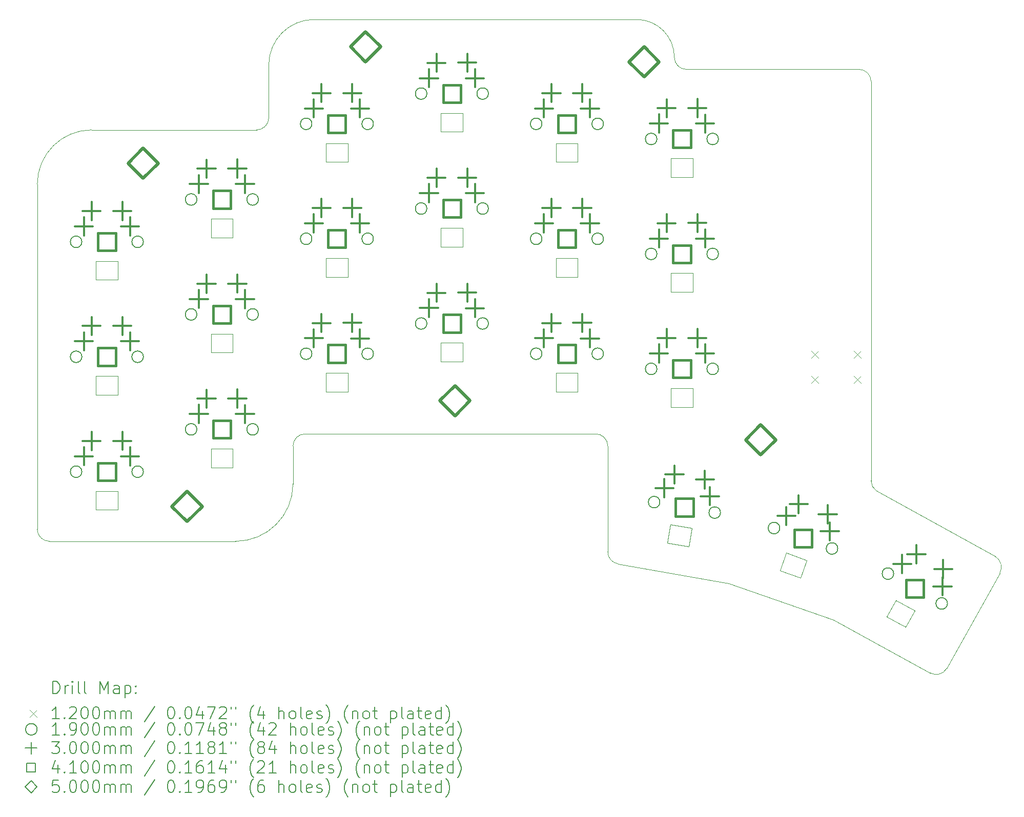
<source format=gbr>
%TF.GenerationSoftware,KiCad,Pcbnew,8.0.1*%
%TF.CreationDate,2024-06-04T22:11:01+02:00*%
%TF.ProjectId,cornia,636f726e-6961-42e6-9b69-6361645f7063,rev?*%
%TF.SameCoordinates,Original*%
%TF.FileFunction,Drillmap*%
%TF.FilePolarity,Positive*%
%FSLAX45Y45*%
G04 Gerber Fmt 4.5, Leading zero omitted, Abs format (unit mm)*
G04 Created by KiCad (PCBNEW 8.0.1) date 2024-06-04 22:11:01*
%MOMM*%
%LPD*%
G01*
G04 APERTURE LIST*
%ADD10C,0.050000*%
%ADD11C,0.100000*%
%ADD12C,0.200000*%
%ADD13C,0.120000*%
%ADD14C,0.190000*%
%ADD15C,0.300000*%
%ADD16C,0.410000*%
%ADD17C,0.500000*%
G04 APERTURE END LIST*
D10*
X5691860Y-3418875D02*
X5691860Y-2543875D01*
X17691860Y-10668875D02*
G75*
G02*
X17766854Y-10943872I-100000J-174995D01*
G01*
X13291860Y-11118875D02*
X15016860Y-11718875D01*
X2066860Y-10418875D02*
G75*
G02*
X1866865Y-10218875I0J199995D01*
G01*
X2766860Y-3618875D02*
X5491860Y-3618875D01*
X5691860Y-3418875D02*
G75*
G02*
X5491860Y-3618875I-200000J0D01*
G01*
X15641860Y-2818875D02*
X15641860Y-9418875D01*
X11463576Y-10791865D02*
G75*
G02*
X11291855Y-10593875I28284J197995D01*
G01*
X6441860Y-1793875D02*
X11766860Y-1793875D01*
X6091860Y-8843875D02*
G75*
G02*
X6291860Y-8643875I200000J0D01*
G01*
X17766860Y-10943875D02*
X16891860Y-12518875D01*
X4266860Y-10418875D02*
X5141860Y-10418875D01*
X3966860Y-10418875D02*
X4266860Y-10418875D01*
X12591860Y-2618875D02*
G75*
G02*
X12391865Y-2418875I0J199995D01*
G01*
X6091860Y-9468875D02*
X6091860Y-8843875D01*
X6091860Y-9468875D02*
G75*
G02*
X5141860Y-10418875I-950000J0D01*
G01*
X5691860Y-2543875D02*
G75*
G02*
X6441860Y-1793875I750000J0D01*
G01*
X11463576Y-10791865D02*
X13291860Y-11118875D01*
X11091860Y-8643875D02*
G75*
G02*
X11291855Y-8843875I0J-199995D01*
G01*
X15441860Y-2618875D02*
G75*
G02*
X15641855Y-2818875I0J-199995D01*
G01*
X1866860Y-4518875D02*
G75*
G02*
X2766860Y-3618875I900000J0D01*
G01*
X1866860Y-4518875D02*
X1866860Y-10218875D01*
X15730920Y-9585285D02*
X17691860Y-10668875D01*
X11291860Y-10593875D02*
X11291860Y-8843875D01*
X15730920Y-9585285D02*
G75*
G02*
X15641856Y-9418875I110940J166415D01*
G01*
X11766860Y-1793875D02*
G75*
G02*
X12391865Y-2418875I0J-625005D01*
G01*
X16891860Y-12518875D02*
G75*
G02*
X16616859Y-12593877I-175000J99995D01*
G01*
X12591860Y-2618875D02*
X15441860Y-2618875D01*
X15016860Y-11718875D02*
X16616860Y-12593875D01*
X6291860Y-8643875D02*
X11091860Y-8643875D01*
X2066860Y-10418875D02*
X3966860Y-10418875D01*
D11*
X2836860Y-7688875D02*
X2836860Y-7998875D01*
X2836860Y-7998875D02*
X3196860Y-7998875D01*
X3196860Y-7688875D02*
X2836860Y-7688875D01*
X3196860Y-7998875D02*
X3196860Y-7688875D01*
X15900756Y-11663377D02*
X16215527Y-11838073D01*
X16051188Y-11392324D02*
X15900756Y-11663377D01*
X16215527Y-11838073D02*
X16365960Y-11567020D01*
X16365960Y-11567020D02*
X16051188Y-11392324D01*
X4736860Y-5088875D02*
X4736860Y-5398875D01*
X4736860Y-5398875D02*
X5096860Y-5398875D01*
X5096860Y-5088875D02*
X4736860Y-5088875D01*
X5096860Y-5398875D02*
X5096860Y-5088875D01*
X10436860Y-7638875D02*
X10436860Y-7948875D01*
X10436860Y-7948875D02*
X10796860Y-7948875D01*
X10796860Y-7638875D02*
X10436860Y-7638875D01*
X10796860Y-7948875D02*
X10796860Y-7638875D01*
X8536860Y-7138875D02*
X8536860Y-7448875D01*
X8536860Y-7448875D02*
X8896860Y-7448875D01*
X8896860Y-7138875D02*
X8536860Y-7138875D01*
X8896860Y-7448875D02*
X8896860Y-7138875D01*
X12336860Y-4088875D02*
X12336860Y-4398875D01*
X12336860Y-4398875D02*
X12696860Y-4398875D01*
X12696860Y-4088875D02*
X12336860Y-4088875D01*
X12696860Y-4398875D02*
X12696860Y-4088875D01*
X12272946Y-10447895D02*
X12627660Y-10509356D01*
X12325870Y-10142446D02*
X12272946Y-10447895D01*
X12627660Y-10509356D02*
X12680585Y-10203908D01*
X12680585Y-10203908D02*
X12325870Y-10142446D01*
X6636860Y-5738875D02*
X6636860Y-6048875D01*
X6636860Y-6048875D02*
X6996860Y-6048875D01*
X6996860Y-5738875D02*
X6636860Y-5738875D01*
X6996860Y-6048875D02*
X6996860Y-5738875D01*
X8536860Y-5238875D02*
X8536860Y-5548875D01*
X8536860Y-5548875D02*
X8896860Y-5548875D01*
X8896860Y-5238875D02*
X8536860Y-5238875D01*
X8896860Y-5548875D02*
X8896860Y-5238875D01*
X12336860Y-7888875D02*
X12336860Y-8198875D01*
X12336860Y-8198875D02*
X12696860Y-8198875D01*
X12696860Y-7888875D02*
X12336860Y-7888875D01*
X12696860Y-8198875D02*
X12696860Y-7888875D01*
X14137539Y-10903118D02*
X14477036Y-11022874D01*
X14240662Y-10610773D02*
X14137539Y-10903118D01*
X14477036Y-11022874D02*
X14580159Y-10730529D01*
X14580159Y-10730529D02*
X14240662Y-10610773D01*
X6636860Y-7638875D02*
X6636860Y-7948875D01*
X6636860Y-7948875D02*
X6996860Y-7948875D01*
X6996860Y-7638875D02*
X6636860Y-7638875D01*
X6996860Y-7948875D02*
X6996860Y-7638875D01*
X6636860Y-3838875D02*
X6636860Y-4148875D01*
X6636860Y-4148875D02*
X6996860Y-4148875D01*
X6996860Y-3838875D02*
X6636860Y-3838875D01*
X6996860Y-4148875D02*
X6996860Y-3838875D01*
X10436860Y-5738875D02*
X10436860Y-6048875D01*
X10436860Y-6048875D02*
X10796860Y-6048875D01*
X10796860Y-5738875D02*
X10436860Y-5738875D01*
X10796860Y-6048875D02*
X10796860Y-5738875D01*
X10436860Y-3838875D02*
X10436860Y-4148875D01*
X10436860Y-4148875D02*
X10796860Y-4148875D01*
X10796860Y-3838875D02*
X10436860Y-3838875D01*
X10796860Y-4148875D02*
X10796860Y-3838875D01*
X12336860Y-5988875D02*
X12336860Y-6298875D01*
X12336860Y-6298875D02*
X12696860Y-6298875D01*
X12696860Y-5988875D02*
X12336860Y-5988875D01*
X12696860Y-6298875D02*
X12696860Y-5988875D01*
X2836860Y-9588875D02*
X2836860Y-9898875D01*
X2836860Y-9898875D02*
X3196860Y-9898875D01*
X3196860Y-9588875D02*
X2836860Y-9588875D01*
X3196860Y-9898875D02*
X3196860Y-9588875D01*
X4736860Y-8888875D02*
X4736860Y-9198875D01*
X4736860Y-9198875D02*
X5096860Y-9198875D01*
X5096860Y-8888875D02*
X4736860Y-8888875D01*
X5096860Y-9198875D02*
X5096860Y-8888875D01*
X4736860Y-6988875D02*
X4736860Y-7298875D01*
X4736860Y-7298875D02*
X5096860Y-7298875D01*
X5096860Y-6988875D02*
X4736860Y-6988875D01*
X5096860Y-7298875D02*
X5096860Y-6988875D01*
X2836860Y-5788875D02*
X2836860Y-6098875D01*
X2836860Y-6098875D02*
X3196860Y-6098875D01*
X3196860Y-5788875D02*
X2836860Y-5788875D01*
X3196860Y-6098875D02*
X3196860Y-5788875D01*
X8536860Y-3338875D02*
X8536860Y-3648875D01*
X8536860Y-3648875D02*
X8896860Y-3648875D01*
X8896860Y-3338875D02*
X8536860Y-3338875D01*
X8896860Y-3648875D02*
X8896860Y-3338875D01*
D12*
D13*
X14656860Y-7268875D02*
X14776860Y-7388875D01*
X14776860Y-7268875D02*
X14656860Y-7388875D01*
X14656860Y-7688875D02*
X14776860Y-7808875D01*
X14776860Y-7688875D02*
X14656860Y-7808875D01*
X15356860Y-7268875D02*
X15476860Y-7388875D01*
X15476860Y-7268875D02*
X15356860Y-7388875D01*
X15356860Y-7688875D02*
X15476860Y-7808875D01*
X15476860Y-7688875D02*
X15356860Y-7808875D01*
D14*
X2603860Y-5468875D02*
G75*
G02*
X2413860Y-5468875I-95000J0D01*
G01*
X2413860Y-5468875D02*
G75*
G02*
X2603860Y-5468875I95000J0D01*
G01*
X2603860Y-7368875D02*
G75*
G02*
X2413860Y-7368875I-95000J0D01*
G01*
X2413860Y-7368875D02*
G75*
G02*
X2603860Y-7368875I95000J0D01*
G01*
X2603860Y-9268875D02*
G75*
G02*
X2413860Y-9268875I-95000J0D01*
G01*
X2413860Y-9268875D02*
G75*
G02*
X2603860Y-9268875I95000J0D01*
G01*
X3619860Y-5468875D02*
G75*
G02*
X3429860Y-5468875I-95000J0D01*
G01*
X3429860Y-5468875D02*
G75*
G02*
X3619860Y-5468875I95000J0D01*
G01*
X3619860Y-7368875D02*
G75*
G02*
X3429860Y-7368875I-95000J0D01*
G01*
X3429860Y-7368875D02*
G75*
G02*
X3619860Y-7368875I95000J0D01*
G01*
X3619860Y-9268875D02*
G75*
G02*
X3429860Y-9268875I-95000J0D01*
G01*
X3429860Y-9268875D02*
G75*
G02*
X3619860Y-9268875I95000J0D01*
G01*
X4503860Y-4768875D02*
G75*
G02*
X4313860Y-4768875I-95000J0D01*
G01*
X4313860Y-4768875D02*
G75*
G02*
X4503860Y-4768875I95000J0D01*
G01*
X4503860Y-6668875D02*
G75*
G02*
X4313860Y-6668875I-95000J0D01*
G01*
X4313860Y-6668875D02*
G75*
G02*
X4503860Y-6668875I95000J0D01*
G01*
X4503860Y-8568875D02*
G75*
G02*
X4313860Y-8568875I-95000J0D01*
G01*
X4313860Y-8568875D02*
G75*
G02*
X4503860Y-8568875I95000J0D01*
G01*
X5519860Y-4768875D02*
G75*
G02*
X5329860Y-4768875I-95000J0D01*
G01*
X5329860Y-4768875D02*
G75*
G02*
X5519860Y-4768875I95000J0D01*
G01*
X5519860Y-6668875D02*
G75*
G02*
X5329860Y-6668875I-95000J0D01*
G01*
X5329860Y-6668875D02*
G75*
G02*
X5519860Y-6668875I95000J0D01*
G01*
X5519860Y-8568875D02*
G75*
G02*
X5329860Y-8568875I-95000J0D01*
G01*
X5329860Y-8568875D02*
G75*
G02*
X5519860Y-8568875I95000J0D01*
G01*
X6403860Y-3518875D02*
G75*
G02*
X6213860Y-3518875I-95000J0D01*
G01*
X6213860Y-3518875D02*
G75*
G02*
X6403860Y-3518875I95000J0D01*
G01*
X6403860Y-5418875D02*
G75*
G02*
X6213860Y-5418875I-95000J0D01*
G01*
X6213860Y-5418875D02*
G75*
G02*
X6403860Y-5418875I95000J0D01*
G01*
X6403860Y-7318875D02*
G75*
G02*
X6213860Y-7318875I-95000J0D01*
G01*
X6213860Y-7318875D02*
G75*
G02*
X6403860Y-7318875I95000J0D01*
G01*
X7419860Y-3518875D02*
G75*
G02*
X7229860Y-3518875I-95000J0D01*
G01*
X7229860Y-3518875D02*
G75*
G02*
X7419860Y-3518875I95000J0D01*
G01*
X7419860Y-5418875D02*
G75*
G02*
X7229860Y-5418875I-95000J0D01*
G01*
X7229860Y-5418875D02*
G75*
G02*
X7419860Y-5418875I95000J0D01*
G01*
X7419860Y-7318875D02*
G75*
G02*
X7229860Y-7318875I-95000J0D01*
G01*
X7229860Y-7318875D02*
G75*
G02*
X7419860Y-7318875I95000J0D01*
G01*
X8303860Y-3018875D02*
G75*
G02*
X8113860Y-3018875I-95000J0D01*
G01*
X8113860Y-3018875D02*
G75*
G02*
X8303860Y-3018875I95000J0D01*
G01*
X8303860Y-4918875D02*
G75*
G02*
X8113860Y-4918875I-95000J0D01*
G01*
X8113860Y-4918875D02*
G75*
G02*
X8303860Y-4918875I95000J0D01*
G01*
X8303860Y-6818875D02*
G75*
G02*
X8113860Y-6818875I-95000J0D01*
G01*
X8113860Y-6818875D02*
G75*
G02*
X8303860Y-6818875I95000J0D01*
G01*
X9319860Y-3018875D02*
G75*
G02*
X9129860Y-3018875I-95000J0D01*
G01*
X9129860Y-3018875D02*
G75*
G02*
X9319860Y-3018875I95000J0D01*
G01*
X9319860Y-4918875D02*
G75*
G02*
X9129860Y-4918875I-95000J0D01*
G01*
X9129860Y-4918875D02*
G75*
G02*
X9319860Y-4918875I95000J0D01*
G01*
X9319860Y-6818875D02*
G75*
G02*
X9129860Y-6818875I-95000J0D01*
G01*
X9129860Y-6818875D02*
G75*
G02*
X9319860Y-6818875I95000J0D01*
G01*
X10203860Y-3518875D02*
G75*
G02*
X10013860Y-3518875I-95000J0D01*
G01*
X10013860Y-3518875D02*
G75*
G02*
X10203860Y-3518875I95000J0D01*
G01*
X10203860Y-5418875D02*
G75*
G02*
X10013860Y-5418875I-95000J0D01*
G01*
X10013860Y-5418875D02*
G75*
G02*
X10203860Y-5418875I95000J0D01*
G01*
X10203860Y-7318875D02*
G75*
G02*
X10013860Y-7318875I-95000J0D01*
G01*
X10013860Y-7318875D02*
G75*
G02*
X10203860Y-7318875I95000J0D01*
G01*
X11219860Y-3518875D02*
G75*
G02*
X11029860Y-3518875I-95000J0D01*
G01*
X11029860Y-3518875D02*
G75*
G02*
X11219860Y-3518875I95000J0D01*
G01*
X11219860Y-5418875D02*
G75*
G02*
X11029860Y-5418875I-95000J0D01*
G01*
X11029860Y-5418875D02*
G75*
G02*
X11219860Y-5418875I95000J0D01*
G01*
X11219860Y-7318875D02*
G75*
G02*
X11029860Y-7318875I-95000J0D01*
G01*
X11029860Y-7318875D02*
G75*
G02*
X11219860Y-7318875I95000J0D01*
G01*
X12103860Y-3768875D02*
G75*
G02*
X11913860Y-3768875I-95000J0D01*
G01*
X11913860Y-3768875D02*
G75*
G02*
X12103860Y-3768875I95000J0D01*
G01*
X12103860Y-5668875D02*
G75*
G02*
X11913860Y-5668875I-95000J0D01*
G01*
X11913860Y-5668875D02*
G75*
G02*
X12103860Y-5668875I95000J0D01*
G01*
X12103860Y-7568875D02*
G75*
G02*
X11913860Y-7568875I-95000J0D01*
G01*
X11913860Y-7568875D02*
G75*
G02*
X12103860Y-7568875I95000J0D01*
G01*
X12152317Y-9771155D02*
G75*
G02*
X11962317Y-9771155I-95000J0D01*
G01*
X11962317Y-9771155D02*
G75*
G02*
X12152317Y-9771155I95000J0D01*
G01*
X13119860Y-3768875D02*
G75*
G02*
X12929860Y-3768875I-95000J0D01*
G01*
X12929860Y-3768875D02*
G75*
G02*
X13119860Y-3768875I95000J0D01*
G01*
X13119860Y-5668875D02*
G75*
G02*
X12929860Y-5668875I-95000J0D01*
G01*
X12929860Y-5668875D02*
G75*
G02*
X13119860Y-5668875I95000J0D01*
G01*
X13119860Y-7568875D02*
G75*
G02*
X12929860Y-7568875I-95000J0D01*
G01*
X12929860Y-7568875D02*
G75*
G02*
X13119860Y-7568875I95000J0D01*
G01*
X13153403Y-9944595D02*
G75*
G02*
X12963403Y-9944595I-95000J0D01*
G01*
X12963403Y-9944595D02*
G75*
G02*
X13153403Y-9944595I95000J0D01*
G01*
X14132791Y-10199886D02*
G75*
G02*
X13942791Y-10199886I-95000J0D01*
G01*
X13942791Y-10199886D02*
G75*
G02*
X14132791Y-10199886I95000J0D01*
G01*
X15090929Y-10537864D02*
G75*
G02*
X14900929Y-10537864I-95000J0D01*
G01*
X14900929Y-10537864D02*
G75*
G02*
X15090929Y-10537864I95000J0D01*
G01*
X16014682Y-10953359D02*
G75*
G02*
X15824682Y-10953359I-95000J0D01*
G01*
X15824682Y-10953359D02*
G75*
G02*
X16014682Y-10953359I95000J0D01*
G01*
X16903038Y-11446391D02*
G75*
G02*
X16713038Y-11446391I-95000J0D01*
G01*
X16713038Y-11446391D02*
G75*
G02*
X16903038Y-11446391I95000J0D01*
G01*
D15*
X2636860Y-5063875D02*
X2636860Y-5363875D01*
X2486860Y-5213875D02*
X2786860Y-5213875D01*
X2636860Y-6963875D02*
X2636860Y-7263875D01*
X2486860Y-7113875D02*
X2786860Y-7113875D01*
X2636860Y-8863875D02*
X2636860Y-9163875D01*
X2486860Y-9013875D02*
X2786860Y-9013875D01*
X2762860Y-4810875D02*
X2762860Y-5110875D01*
X2612860Y-4960875D02*
X2912860Y-4960875D01*
X2762860Y-6710875D02*
X2762860Y-7010875D01*
X2612860Y-6860875D02*
X2912860Y-6860875D01*
X2762860Y-8610875D02*
X2762860Y-8910875D01*
X2612860Y-8760875D02*
X2912860Y-8760875D01*
X3271091Y-4808875D02*
X3271091Y-5108875D01*
X3121091Y-4958875D02*
X3421091Y-4958875D01*
X3271091Y-6708875D02*
X3271091Y-7008875D01*
X3121091Y-6858875D02*
X3421091Y-6858875D01*
X3271091Y-8608875D02*
X3271091Y-8908875D01*
X3121091Y-8758875D02*
X3421091Y-8758875D01*
X3397860Y-5064875D02*
X3397860Y-5364875D01*
X3247860Y-5214875D02*
X3547860Y-5214875D01*
X3397860Y-6964875D02*
X3397860Y-7264875D01*
X3247860Y-7114875D02*
X3547860Y-7114875D01*
X3397860Y-8864875D02*
X3397860Y-9164875D01*
X3247860Y-9014875D02*
X3547860Y-9014875D01*
X4536860Y-4363875D02*
X4536860Y-4663875D01*
X4386860Y-4513875D02*
X4686860Y-4513875D01*
X4536860Y-6263875D02*
X4536860Y-6563875D01*
X4386860Y-6413875D02*
X4686860Y-6413875D01*
X4536860Y-8163875D02*
X4536860Y-8463875D01*
X4386860Y-8313875D02*
X4686860Y-8313875D01*
X4662860Y-4110875D02*
X4662860Y-4410875D01*
X4512860Y-4260875D02*
X4812860Y-4260875D01*
X4662860Y-6010875D02*
X4662860Y-6310875D01*
X4512860Y-6160875D02*
X4812860Y-6160875D01*
X4662860Y-7910875D02*
X4662860Y-8210875D01*
X4512860Y-8060875D02*
X4812860Y-8060875D01*
X5171091Y-4108875D02*
X5171091Y-4408875D01*
X5021091Y-4258875D02*
X5321091Y-4258875D01*
X5171091Y-6008875D02*
X5171091Y-6308875D01*
X5021091Y-6158875D02*
X5321091Y-6158875D01*
X5171091Y-7908875D02*
X5171091Y-8208875D01*
X5021091Y-8058875D02*
X5321091Y-8058875D01*
X5297860Y-4364875D02*
X5297860Y-4664875D01*
X5147860Y-4514875D02*
X5447860Y-4514875D01*
X5297860Y-6264875D02*
X5297860Y-6564875D01*
X5147860Y-6414875D02*
X5447860Y-6414875D01*
X5297860Y-8164875D02*
X5297860Y-8464875D01*
X5147860Y-8314875D02*
X5447860Y-8314875D01*
X6436860Y-3113875D02*
X6436860Y-3413875D01*
X6286860Y-3263875D02*
X6586860Y-3263875D01*
X6436860Y-5013875D02*
X6436860Y-5313875D01*
X6286860Y-5163875D02*
X6586860Y-5163875D01*
X6436860Y-6913875D02*
X6436860Y-7213875D01*
X6286860Y-7063875D02*
X6586860Y-7063875D01*
X6562860Y-2860875D02*
X6562860Y-3160875D01*
X6412860Y-3010875D02*
X6712860Y-3010875D01*
X6562860Y-4760875D02*
X6562860Y-5060875D01*
X6412860Y-4910875D02*
X6712860Y-4910875D01*
X6562860Y-6660875D02*
X6562860Y-6960875D01*
X6412860Y-6810875D02*
X6712860Y-6810875D01*
X7071091Y-2858875D02*
X7071091Y-3158875D01*
X6921091Y-3008875D02*
X7221091Y-3008875D01*
X7071091Y-4758875D02*
X7071091Y-5058875D01*
X6921091Y-4908875D02*
X7221091Y-4908875D01*
X7071091Y-6658875D02*
X7071091Y-6958875D01*
X6921091Y-6808875D02*
X7221091Y-6808875D01*
X7197860Y-3114875D02*
X7197860Y-3414875D01*
X7047860Y-3264875D02*
X7347860Y-3264875D01*
X7197860Y-5014875D02*
X7197860Y-5314875D01*
X7047860Y-5164875D02*
X7347860Y-5164875D01*
X7197860Y-6914875D02*
X7197860Y-7214875D01*
X7047860Y-7064875D02*
X7347860Y-7064875D01*
X8336860Y-2613875D02*
X8336860Y-2913875D01*
X8186860Y-2763875D02*
X8486860Y-2763875D01*
X8336860Y-4513875D02*
X8336860Y-4813875D01*
X8186860Y-4663875D02*
X8486860Y-4663875D01*
X8336860Y-6413875D02*
X8336860Y-6713875D01*
X8186860Y-6563875D02*
X8486860Y-6563875D01*
X8462860Y-2360875D02*
X8462860Y-2660875D01*
X8312860Y-2510875D02*
X8612860Y-2510875D01*
X8462860Y-4260875D02*
X8462860Y-4560875D01*
X8312860Y-4410875D02*
X8612860Y-4410875D01*
X8462860Y-6160875D02*
X8462860Y-6460875D01*
X8312860Y-6310875D02*
X8612860Y-6310875D01*
X8971091Y-2358875D02*
X8971091Y-2658875D01*
X8821091Y-2508875D02*
X9121091Y-2508875D01*
X8971091Y-4258875D02*
X8971091Y-4558875D01*
X8821091Y-4408875D02*
X9121091Y-4408875D01*
X8971091Y-6158875D02*
X8971091Y-6458875D01*
X8821091Y-6308875D02*
X9121091Y-6308875D01*
X9097860Y-2614875D02*
X9097860Y-2914875D01*
X8947860Y-2764875D02*
X9247860Y-2764875D01*
X9097860Y-4514875D02*
X9097860Y-4814875D01*
X8947860Y-4664875D02*
X9247860Y-4664875D01*
X9097860Y-6414875D02*
X9097860Y-6714875D01*
X8947860Y-6564875D02*
X9247860Y-6564875D01*
X10236860Y-3113875D02*
X10236860Y-3413875D01*
X10086860Y-3263875D02*
X10386860Y-3263875D01*
X10236860Y-5013875D02*
X10236860Y-5313875D01*
X10086860Y-5163875D02*
X10386860Y-5163875D01*
X10236860Y-6913875D02*
X10236860Y-7213875D01*
X10086860Y-7063875D02*
X10386860Y-7063875D01*
X10362860Y-2860875D02*
X10362860Y-3160875D01*
X10212860Y-3010875D02*
X10512860Y-3010875D01*
X10362860Y-4760875D02*
X10362860Y-5060875D01*
X10212860Y-4910875D02*
X10512860Y-4910875D01*
X10362860Y-6660875D02*
X10362860Y-6960875D01*
X10212860Y-6810875D02*
X10512860Y-6810875D01*
X10871091Y-2858875D02*
X10871091Y-3158875D01*
X10721091Y-3008875D02*
X11021091Y-3008875D01*
X10871091Y-4758875D02*
X10871091Y-5058875D01*
X10721091Y-4908875D02*
X11021091Y-4908875D01*
X10871091Y-6658875D02*
X10871091Y-6958875D01*
X10721091Y-6808875D02*
X11021091Y-6808875D01*
X10997860Y-3114875D02*
X10997860Y-3414875D01*
X10847860Y-3264875D02*
X11147860Y-3264875D01*
X10997860Y-5014875D02*
X10997860Y-5314875D01*
X10847860Y-5164875D02*
X11147860Y-5164875D01*
X10997860Y-6914875D02*
X10997860Y-7214875D01*
X10847860Y-7064875D02*
X11147860Y-7064875D01*
X12136860Y-3363875D02*
X12136860Y-3663875D01*
X11986860Y-3513875D02*
X12286860Y-3513875D01*
X12136860Y-5263875D02*
X12136860Y-5563875D01*
X11986860Y-5413875D02*
X12286860Y-5413875D01*
X12136860Y-7163875D02*
X12136860Y-7463875D01*
X11986860Y-7313875D02*
X12286860Y-7313875D01*
X12226968Y-9391749D02*
X12226968Y-9691749D01*
X12076968Y-9541749D02*
X12376968Y-9541749D01*
X12262860Y-3110875D02*
X12262860Y-3410875D01*
X12112860Y-3260875D02*
X12412860Y-3260875D01*
X12262860Y-5010875D02*
X12262860Y-5310875D01*
X12112860Y-5160875D02*
X12412860Y-5160875D01*
X12262860Y-6910875D02*
X12262860Y-7210875D01*
X12112860Y-7060875D02*
X12412860Y-7060875D01*
X12394308Y-9163972D02*
X12394308Y-9463972D01*
X12244308Y-9313972D02*
X12544308Y-9313972D01*
X12771091Y-3108875D02*
X12771091Y-3408875D01*
X12621091Y-3258875D02*
X12921091Y-3258875D01*
X12771091Y-5008875D02*
X12771091Y-5308875D01*
X12621091Y-5158875D02*
X12921091Y-5158875D01*
X12771091Y-6908875D02*
X12771091Y-7208875D01*
X12621091Y-7058875D02*
X12921091Y-7058875D01*
X12895421Y-9248760D02*
X12895421Y-9548760D01*
X12745421Y-9398760D02*
X13045421Y-9398760D01*
X12897860Y-3364875D02*
X12897860Y-3664875D01*
X12747860Y-3514875D02*
X13047860Y-3514875D01*
X12897860Y-5264875D02*
X12897860Y-5564875D01*
X12747860Y-5414875D02*
X13047860Y-5414875D01*
X12897860Y-7164875D02*
X12897860Y-7464875D01*
X12747860Y-7314875D02*
X13047860Y-7314875D01*
X12976627Y-9522643D02*
X12976627Y-9822643D01*
X12826627Y-9672643D02*
X13126627Y-9672643D01*
X14243328Y-9851989D02*
X14243328Y-10151989D01*
X14093328Y-10001989D02*
X14393328Y-10001989D01*
X14446314Y-9655312D02*
X14446314Y-9955312D01*
X14296314Y-9805312D02*
X14596314Y-9805312D01*
X14926266Y-9822492D02*
X14926266Y-10122492D01*
X14776266Y-9972492D02*
X15076266Y-9972492D01*
X14960656Y-10106082D02*
X14960656Y-10406082D01*
X14810656Y-10256082D02*
X15110656Y-10256082D01*
X16155344Y-10642510D02*
X16155344Y-10942510D01*
X16005344Y-10792510D02*
X16305344Y-10792510D01*
X16388287Y-10482439D02*
X16388287Y-10782439D01*
X16238287Y-10632439D02*
X16538287Y-10632439D01*
X16820251Y-11012673D02*
X16820251Y-11312673D01*
X16670251Y-11162673D02*
X16970251Y-11162673D01*
X16833638Y-10727319D02*
X16833638Y-11027319D01*
X16683637Y-10877319D02*
X16983638Y-10877319D01*
D16*
X3161818Y-5613833D02*
X3161818Y-5323917D01*
X2871902Y-5323917D01*
X2871902Y-5613833D01*
X3161818Y-5613833D01*
X3161818Y-7513833D02*
X3161818Y-7223917D01*
X2871902Y-7223917D01*
X2871902Y-7513833D01*
X3161818Y-7513833D01*
X3161818Y-9413833D02*
X3161818Y-9123917D01*
X2871902Y-9123917D01*
X2871902Y-9413833D01*
X3161818Y-9413833D01*
X5061818Y-4913833D02*
X5061818Y-4623917D01*
X4771902Y-4623917D01*
X4771902Y-4913833D01*
X5061818Y-4913833D01*
X5061818Y-6813833D02*
X5061818Y-6523917D01*
X4771902Y-6523917D01*
X4771902Y-6813833D01*
X5061818Y-6813833D01*
X5061818Y-8713833D02*
X5061818Y-8423917D01*
X4771902Y-8423917D01*
X4771902Y-8713833D01*
X5061818Y-8713833D01*
X6961818Y-3663833D02*
X6961818Y-3373917D01*
X6671902Y-3373917D01*
X6671902Y-3663833D01*
X6961818Y-3663833D01*
X6961818Y-5563833D02*
X6961818Y-5273917D01*
X6671902Y-5273917D01*
X6671902Y-5563833D01*
X6961818Y-5563833D01*
X6961818Y-7463833D02*
X6961818Y-7173917D01*
X6671902Y-7173917D01*
X6671902Y-7463833D01*
X6961818Y-7463833D01*
X8861818Y-3163833D02*
X8861818Y-2873917D01*
X8571902Y-2873917D01*
X8571902Y-3163833D01*
X8861818Y-3163833D01*
X8861818Y-5063833D02*
X8861818Y-4773917D01*
X8571902Y-4773917D01*
X8571902Y-5063833D01*
X8861818Y-5063833D01*
X8861818Y-6963833D02*
X8861818Y-6673917D01*
X8571902Y-6673917D01*
X8571902Y-6963833D01*
X8861818Y-6963833D01*
X10761818Y-3663833D02*
X10761818Y-3373917D01*
X10471902Y-3373917D01*
X10471902Y-3663833D01*
X10761818Y-3663833D01*
X10761818Y-5563833D02*
X10761818Y-5273917D01*
X10471902Y-5273917D01*
X10471902Y-5563833D01*
X10761818Y-5563833D01*
X10761818Y-7463833D02*
X10761818Y-7173917D01*
X10471902Y-7173917D01*
X10471902Y-7463833D01*
X10761818Y-7463833D01*
X12661818Y-3913833D02*
X12661818Y-3623917D01*
X12371902Y-3623917D01*
X12371902Y-3913833D01*
X12661818Y-3913833D01*
X12661818Y-5813833D02*
X12661818Y-5523917D01*
X12371902Y-5523917D01*
X12371902Y-5813833D01*
X12661818Y-5813833D01*
X12661818Y-7713833D02*
X12661818Y-7423917D01*
X12371902Y-7423917D01*
X12371902Y-7713833D01*
X12661818Y-7713833D01*
X12702818Y-10002833D02*
X12702818Y-9712917D01*
X12412902Y-9712917D01*
X12412902Y-10002833D01*
X12702818Y-10002833D01*
X14661818Y-10513833D02*
X14661818Y-10223917D01*
X14371902Y-10223917D01*
X14371902Y-10513833D01*
X14661818Y-10513833D01*
X16508818Y-11344833D02*
X16508818Y-11054917D01*
X16218902Y-11054917D01*
X16218902Y-11344833D01*
X16508818Y-11344833D01*
D17*
X3616860Y-4418875D02*
X3866860Y-4168875D01*
X3616860Y-3918875D01*
X3366860Y-4168875D01*
X3616860Y-4418875D01*
X4341860Y-10093875D02*
X4591860Y-9843875D01*
X4341860Y-9593875D01*
X4091860Y-9843875D01*
X4341860Y-10093875D01*
X7291860Y-2493875D02*
X7541860Y-2243875D01*
X7291860Y-1993875D01*
X7041860Y-2243875D01*
X7291860Y-2493875D01*
X8766860Y-8343875D02*
X9016860Y-8093875D01*
X8766860Y-7843875D01*
X8516860Y-8093875D01*
X8766860Y-8343875D01*
X11891860Y-2743875D02*
X12141860Y-2493875D01*
X11891860Y-2243875D01*
X11641860Y-2493875D01*
X11891860Y-2743875D01*
X13816860Y-8993875D02*
X14066860Y-8743875D01*
X13816860Y-8493875D01*
X13566860Y-8743875D01*
X13816860Y-8993875D01*
D12*
X2125137Y-12934418D02*
X2125137Y-12734418D01*
X2125137Y-12734418D02*
X2172756Y-12734418D01*
X2172756Y-12734418D02*
X2201327Y-12743942D01*
X2201327Y-12743942D02*
X2220375Y-12762989D01*
X2220375Y-12762989D02*
X2229899Y-12782037D01*
X2229899Y-12782037D02*
X2239423Y-12820132D01*
X2239423Y-12820132D02*
X2239423Y-12848703D01*
X2239423Y-12848703D02*
X2229899Y-12886799D01*
X2229899Y-12886799D02*
X2220375Y-12905846D01*
X2220375Y-12905846D02*
X2201327Y-12924894D01*
X2201327Y-12924894D02*
X2172756Y-12934418D01*
X2172756Y-12934418D02*
X2125137Y-12934418D01*
X2325137Y-12934418D02*
X2325137Y-12801084D01*
X2325137Y-12839180D02*
X2334661Y-12820132D01*
X2334661Y-12820132D02*
X2344184Y-12810608D01*
X2344184Y-12810608D02*
X2363232Y-12801084D01*
X2363232Y-12801084D02*
X2382280Y-12801084D01*
X2448946Y-12934418D02*
X2448946Y-12801084D01*
X2448946Y-12734418D02*
X2439423Y-12743942D01*
X2439423Y-12743942D02*
X2448946Y-12753465D01*
X2448946Y-12753465D02*
X2458470Y-12743942D01*
X2458470Y-12743942D02*
X2448946Y-12734418D01*
X2448946Y-12734418D02*
X2448946Y-12753465D01*
X2572756Y-12934418D02*
X2553708Y-12924894D01*
X2553708Y-12924894D02*
X2544184Y-12905846D01*
X2544184Y-12905846D02*
X2544184Y-12734418D01*
X2677518Y-12934418D02*
X2658470Y-12924894D01*
X2658470Y-12924894D02*
X2648946Y-12905846D01*
X2648946Y-12905846D02*
X2648946Y-12734418D01*
X2906089Y-12934418D02*
X2906089Y-12734418D01*
X2906089Y-12734418D02*
X2972756Y-12877275D01*
X2972756Y-12877275D02*
X3039422Y-12734418D01*
X3039422Y-12734418D02*
X3039422Y-12934418D01*
X3220375Y-12934418D02*
X3220375Y-12829656D01*
X3220375Y-12829656D02*
X3210851Y-12810608D01*
X3210851Y-12810608D02*
X3191803Y-12801084D01*
X3191803Y-12801084D02*
X3153708Y-12801084D01*
X3153708Y-12801084D02*
X3134661Y-12810608D01*
X3220375Y-12924894D02*
X3201327Y-12934418D01*
X3201327Y-12934418D02*
X3153708Y-12934418D01*
X3153708Y-12934418D02*
X3134661Y-12924894D01*
X3134661Y-12924894D02*
X3125137Y-12905846D01*
X3125137Y-12905846D02*
X3125137Y-12886799D01*
X3125137Y-12886799D02*
X3134661Y-12867751D01*
X3134661Y-12867751D02*
X3153708Y-12858227D01*
X3153708Y-12858227D02*
X3201327Y-12858227D01*
X3201327Y-12858227D02*
X3220375Y-12848703D01*
X3315613Y-12801084D02*
X3315613Y-13001084D01*
X3315613Y-12810608D02*
X3334661Y-12801084D01*
X3334661Y-12801084D02*
X3372756Y-12801084D01*
X3372756Y-12801084D02*
X3391803Y-12810608D01*
X3391803Y-12810608D02*
X3401327Y-12820132D01*
X3401327Y-12820132D02*
X3410851Y-12839180D01*
X3410851Y-12839180D02*
X3410851Y-12896322D01*
X3410851Y-12896322D02*
X3401327Y-12915370D01*
X3401327Y-12915370D02*
X3391803Y-12924894D01*
X3391803Y-12924894D02*
X3372756Y-12934418D01*
X3372756Y-12934418D02*
X3334661Y-12934418D01*
X3334661Y-12934418D02*
X3315613Y-12924894D01*
X3496565Y-12915370D02*
X3506089Y-12924894D01*
X3506089Y-12924894D02*
X3496565Y-12934418D01*
X3496565Y-12934418D02*
X3487042Y-12924894D01*
X3487042Y-12924894D02*
X3496565Y-12915370D01*
X3496565Y-12915370D02*
X3496565Y-12934418D01*
X3496565Y-12810608D02*
X3506089Y-12820132D01*
X3506089Y-12820132D02*
X3496565Y-12829656D01*
X3496565Y-12829656D02*
X3487042Y-12820132D01*
X3487042Y-12820132D02*
X3496565Y-12810608D01*
X3496565Y-12810608D02*
X3496565Y-12829656D01*
D13*
X1744360Y-13202934D02*
X1864360Y-13322934D01*
X1864360Y-13202934D02*
X1744360Y-13322934D01*
D12*
X2229899Y-13354418D02*
X2115613Y-13354418D01*
X2172756Y-13354418D02*
X2172756Y-13154418D01*
X2172756Y-13154418D02*
X2153708Y-13182989D01*
X2153708Y-13182989D02*
X2134661Y-13202037D01*
X2134661Y-13202037D02*
X2115613Y-13211561D01*
X2315613Y-13335370D02*
X2325137Y-13344894D01*
X2325137Y-13344894D02*
X2315613Y-13354418D01*
X2315613Y-13354418D02*
X2306089Y-13344894D01*
X2306089Y-13344894D02*
X2315613Y-13335370D01*
X2315613Y-13335370D02*
X2315613Y-13354418D01*
X2401327Y-13173465D02*
X2410851Y-13163942D01*
X2410851Y-13163942D02*
X2429899Y-13154418D01*
X2429899Y-13154418D02*
X2477518Y-13154418D01*
X2477518Y-13154418D02*
X2496565Y-13163942D01*
X2496565Y-13163942D02*
X2506089Y-13173465D01*
X2506089Y-13173465D02*
X2515613Y-13192513D01*
X2515613Y-13192513D02*
X2515613Y-13211561D01*
X2515613Y-13211561D02*
X2506089Y-13240132D01*
X2506089Y-13240132D02*
X2391804Y-13354418D01*
X2391804Y-13354418D02*
X2515613Y-13354418D01*
X2639423Y-13154418D02*
X2658470Y-13154418D01*
X2658470Y-13154418D02*
X2677518Y-13163942D01*
X2677518Y-13163942D02*
X2687042Y-13173465D01*
X2687042Y-13173465D02*
X2696565Y-13192513D01*
X2696565Y-13192513D02*
X2706089Y-13230608D01*
X2706089Y-13230608D02*
X2706089Y-13278227D01*
X2706089Y-13278227D02*
X2696565Y-13316322D01*
X2696565Y-13316322D02*
X2687042Y-13335370D01*
X2687042Y-13335370D02*
X2677518Y-13344894D01*
X2677518Y-13344894D02*
X2658470Y-13354418D01*
X2658470Y-13354418D02*
X2639423Y-13354418D01*
X2639423Y-13354418D02*
X2620375Y-13344894D01*
X2620375Y-13344894D02*
X2610851Y-13335370D01*
X2610851Y-13335370D02*
X2601327Y-13316322D01*
X2601327Y-13316322D02*
X2591804Y-13278227D01*
X2591804Y-13278227D02*
X2591804Y-13230608D01*
X2591804Y-13230608D02*
X2601327Y-13192513D01*
X2601327Y-13192513D02*
X2610851Y-13173465D01*
X2610851Y-13173465D02*
X2620375Y-13163942D01*
X2620375Y-13163942D02*
X2639423Y-13154418D01*
X2829899Y-13154418D02*
X2848946Y-13154418D01*
X2848946Y-13154418D02*
X2867994Y-13163942D01*
X2867994Y-13163942D02*
X2877518Y-13173465D01*
X2877518Y-13173465D02*
X2887042Y-13192513D01*
X2887042Y-13192513D02*
X2896565Y-13230608D01*
X2896565Y-13230608D02*
X2896565Y-13278227D01*
X2896565Y-13278227D02*
X2887042Y-13316322D01*
X2887042Y-13316322D02*
X2877518Y-13335370D01*
X2877518Y-13335370D02*
X2867994Y-13344894D01*
X2867994Y-13344894D02*
X2848946Y-13354418D01*
X2848946Y-13354418D02*
X2829899Y-13354418D01*
X2829899Y-13354418D02*
X2810851Y-13344894D01*
X2810851Y-13344894D02*
X2801327Y-13335370D01*
X2801327Y-13335370D02*
X2791804Y-13316322D01*
X2791804Y-13316322D02*
X2782280Y-13278227D01*
X2782280Y-13278227D02*
X2782280Y-13230608D01*
X2782280Y-13230608D02*
X2791804Y-13192513D01*
X2791804Y-13192513D02*
X2801327Y-13173465D01*
X2801327Y-13173465D02*
X2810851Y-13163942D01*
X2810851Y-13163942D02*
X2829899Y-13154418D01*
X2982280Y-13354418D02*
X2982280Y-13221084D01*
X2982280Y-13240132D02*
X2991803Y-13230608D01*
X2991803Y-13230608D02*
X3010851Y-13221084D01*
X3010851Y-13221084D02*
X3039423Y-13221084D01*
X3039423Y-13221084D02*
X3058470Y-13230608D01*
X3058470Y-13230608D02*
X3067994Y-13249656D01*
X3067994Y-13249656D02*
X3067994Y-13354418D01*
X3067994Y-13249656D02*
X3077518Y-13230608D01*
X3077518Y-13230608D02*
X3096565Y-13221084D01*
X3096565Y-13221084D02*
X3125137Y-13221084D01*
X3125137Y-13221084D02*
X3144184Y-13230608D01*
X3144184Y-13230608D02*
X3153708Y-13249656D01*
X3153708Y-13249656D02*
X3153708Y-13354418D01*
X3248946Y-13354418D02*
X3248946Y-13221084D01*
X3248946Y-13240132D02*
X3258470Y-13230608D01*
X3258470Y-13230608D02*
X3277518Y-13221084D01*
X3277518Y-13221084D02*
X3306089Y-13221084D01*
X3306089Y-13221084D02*
X3325137Y-13230608D01*
X3325137Y-13230608D02*
X3334661Y-13249656D01*
X3334661Y-13249656D02*
X3334661Y-13354418D01*
X3334661Y-13249656D02*
X3344184Y-13230608D01*
X3344184Y-13230608D02*
X3363232Y-13221084D01*
X3363232Y-13221084D02*
X3391803Y-13221084D01*
X3391803Y-13221084D02*
X3410851Y-13230608D01*
X3410851Y-13230608D02*
X3420375Y-13249656D01*
X3420375Y-13249656D02*
X3420375Y-13354418D01*
X3810851Y-13144894D02*
X3639423Y-13402037D01*
X4067994Y-13154418D02*
X4087042Y-13154418D01*
X4087042Y-13154418D02*
X4106089Y-13163942D01*
X4106089Y-13163942D02*
X4115613Y-13173465D01*
X4115613Y-13173465D02*
X4125137Y-13192513D01*
X4125137Y-13192513D02*
X4134661Y-13230608D01*
X4134661Y-13230608D02*
X4134661Y-13278227D01*
X4134661Y-13278227D02*
X4125137Y-13316322D01*
X4125137Y-13316322D02*
X4115613Y-13335370D01*
X4115613Y-13335370D02*
X4106089Y-13344894D01*
X4106089Y-13344894D02*
X4087042Y-13354418D01*
X4087042Y-13354418D02*
X4067994Y-13354418D01*
X4067994Y-13354418D02*
X4048946Y-13344894D01*
X4048946Y-13344894D02*
X4039423Y-13335370D01*
X4039423Y-13335370D02*
X4029899Y-13316322D01*
X4029899Y-13316322D02*
X4020375Y-13278227D01*
X4020375Y-13278227D02*
X4020375Y-13230608D01*
X4020375Y-13230608D02*
X4029899Y-13192513D01*
X4029899Y-13192513D02*
X4039423Y-13173465D01*
X4039423Y-13173465D02*
X4048946Y-13163942D01*
X4048946Y-13163942D02*
X4067994Y-13154418D01*
X4220375Y-13335370D02*
X4229899Y-13344894D01*
X4229899Y-13344894D02*
X4220375Y-13354418D01*
X4220375Y-13354418D02*
X4210851Y-13344894D01*
X4210851Y-13344894D02*
X4220375Y-13335370D01*
X4220375Y-13335370D02*
X4220375Y-13354418D01*
X4353708Y-13154418D02*
X4372756Y-13154418D01*
X4372756Y-13154418D02*
X4391804Y-13163942D01*
X4391804Y-13163942D02*
X4401328Y-13173465D01*
X4401328Y-13173465D02*
X4410851Y-13192513D01*
X4410851Y-13192513D02*
X4420375Y-13230608D01*
X4420375Y-13230608D02*
X4420375Y-13278227D01*
X4420375Y-13278227D02*
X4410851Y-13316322D01*
X4410851Y-13316322D02*
X4401328Y-13335370D01*
X4401328Y-13335370D02*
X4391804Y-13344894D01*
X4391804Y-13344894D02*
X4372756Y-13354418D01*
X4372756Y-13354418D02*
X4353708Y-13354418D01*
X4353708Y-13354418D02*
X4334661Y-13344894D01*
X4334661Y-13344894D02*
X4325137Y-13335370D01*
X4325137Y-13335370D02*
X4315613Y-13316322D01*
X4315613Y-13316322D02*
X4306089Y-13278227D01*
X4306089Y-13278227D02*
X4306089Y-13230608D01*
X4306089Y-13230608D02*
X4315613Y-13192513D01*
X4315613Y-13192513D02*
X4325137Y-13173465D01*
X4325137Y-13173465D02*
X4334661Y-13163942D01*
X4334661Y-13163942D02*
X4353708Y-13154418D01*
X4591804Y-13221084D02*
X4591804Y-13354418D01*
X4544185Y-13144894D02*
X4496566Y-13287751D01*
X4496566Y-13287751D02*
X4620375Y-13287751D01*
X4677518Y-13154418D02*
X4810851Y-13154418D01*
X4810851Y-13154418D02*
X4725137Y-13354418D01*
X4877518Y-13173465D02*
X4887042Y-13163942D01*
X4887042Y-13163942D02*
X4906089Y-13154418D01*
X4906089Y-13154418D02*
X4953709Y-13154418D01*
X4953709Y-13154418D02*
X4972756Y-13163942D01*
X4972756Y-13163942D02*
X4982280Y-13173465D01*
X4982280Y-13173465D02*
X4991804Y-13192513D01*
X4991804Y-13192513D02*
X4991804Y-13211561D01*
X4991804Y-13211561D02*
X4982280Y-13240132D01*
X4982280Y-13240132D02*
X4867994Y-13354418D01*
X4867994Y-13354418D02*
X4991804Y-13354418D01*
X5067994Y-13154418D02*
X5067994Y-13192513D01*
X5144185Y-13154418D02*
X5144185Y-13192513D01*
X5439423Y-13430608D02*
X5429899Y-13421084D01*
X5429899Y-13421084D02*
X5410851Y-13392513D01*
X5410851Y-13392513D02*
X5401328Y-13373465D01*
X5401328Y-13373465D02*
X5391804Y-13344894D01*
X5391804Y-13344894D02*
X5382280Y-13297275D01*
X5382280Y-13297275D02*
X5382280Y-13259180D01*
X5382280Y-13259180D02*
X5391804Y-13211561D01*
X5391804Y-13211561D02*
X5401328Y-13182989D01*
X5401328Y-13182989D02*
X5410851Y-13163942D01*
X5410851Y-13163942D02*
X5429899Y-13135370D01*
X5429899Y-13135370D02*
X5439423Y-13125846D01*
X5601328Y-13221084D02*
X5601328Y-13354418D01*
X5553709Y-13144894D02*
X5506090Y-13287751D01*
X5506090Y-13287751D02*
X5629899Y-13287751D01*
X5858470Y-13354418D02*
X5858470Y-13154418D01*
X5944185Y-13354418D02*
X5944185Y-13249656D01*
X5944185Y-13249656D02*
X5934661Y-13230608D01*
X5934661Y-13230608D02*
X5915613Y-13221084D01*
X5915613Y-13221084D02*
X5887042Y-13221084D01*
X5887042Y-13221084D02*
X5867994Y-13230608D01*
X5867994Y-13230608D02*
X5858470Y-13240132D01*
X6067994Y-13354418D02*
X6048947Y-13344894D01*
X6048947Y-13344894D02*
X6039423Y-13335370D01*
X6039423Y-13335370D02*
X6029899Y-13316322D01*
X6029899Y-13316322D02*
X6029899Y-13259180D01*
X6029899Y-13259180D02*
X6039423Y-13240132D01*
X6039423Y-13240132D02*
X6048947Y-13230608D01*
X6048947Y-13230608D02*
X6067994Y-13221084D01*
X6067994Y-13221084D02*
X6096566Y-13221084D01*
X6096566Y-13221084D02*
X6115613Y-13230608D01*
X6115613Y-13230608D02*
X6125137Y-13240132D01*
X6125137Y-13240132D02*
X6134661Y-13259180D01*
X6134661Y-13259180D02*
X6134661Y-13316322D01*
X6134661Y-13316322D02*
X6125137Y-13335370D01*
X6125137Y-13335370D02*
X6115613Y-13344894D01*
X6115613Y-13344894D02*
X6096566Y-13354418D01*
X6096566Y-13354418D02*
X6067994Y-13354418D01*
X6248947Y-13354418D02*
X6229899Y-13344894D01*
X6229899Y-13344894D02*
X6220375Y-13325846D01*
X6220375Y-13325846D02*
X6220375Y-13154418D01*
X6401328Y-13344894D02*
X6382280Y-13354418D01*
X6382280Y-13354418D02*
X6344185Y-13354418D01*
X6344185Y-13354418D02*
X6325137Y-13344894D01*
X6325137Y-13344894D02*
X6315613Y-13325846D01*
X6315613Y-13325846D02*
X6315613Y-13249656D01*
X6315613Y-13249656D02*
X6325137Y-13230608D01*
X6325137Y-13230608D02*
X6344185Y-13221084D01*
X6344185Y-13221084D02*
X6382280Y-13221084D01*
X6382280Y-13221084D02*
X6401328Y-13230608D01*
X6401328Y-13230608D02*
X6410851Y-13249656D01*
X6410851Y-13249656D02*
X6410851Y-13268703D01*
X6410851Y-13268703D02*
X6315613Y-13287751D01*
X6487042Y-13344894D02*
X6506090Y-13354418D01*
X6506090Y-13354418D02*
X6544185Y-13354418D01*
X6544185Y-13354418D02*
X6563232Y-13344894D01*
X6563232Y-13344894D02*
X6572756Y-13325846D01*
X6572756Y-13325846D02*
X6572756Y-13316322D01*
X6572756Y-13316322D02*
X6563232Y-13297275D01*
X6563232Y-13297275D02*
X6544185Y-13287751D01*
X6544185Y-13287751D02*
X6515613Y-13287751D01*
X6515613Y-13287751D02*
X6496566Y-13278227D01*
X6496566Y-13278227D02*
X6487042Y-13259180D01*
X6487042Y-13259180D02*
X6487042Y-13249656D01*
X6487042Y-13249656D02*
X6496566Y-13230608D01*
X6496566Y-13230608D02*
X6515613Y-13221084D01*
X6515613Y-13221084D02*
X6544185Y-13221084D01*
X6544185Y-13221084D02*
X6563232Y-13230608D01*
X6639423Y-13430608D02*
X6648947Y-13421084D01*
X6648947Y-13421084D02*
X6667994Y-13392513D01*
X6667994Y-13392513D02*
X6677518Y-13373465D01*
X6677518Y-13373465D02*
X6687042Y-13344894D01*
X6687042Y-13344894D02*
X6696566Y-13297275D01*
X6696566Y-13297275D02*
X6696566Y-13259180D01*
X6696566Y-13259180D02*
X6687042Y-13211561D01*
X6687042Y-13211561D02*
X6677518Y-13182989D01*
X6677518Y-13182989D02*
X6667994Y-13163942D01*
X6667994Y-13163942D02*
X6648947Y-13135370D01*
X6648947Y-13135370D02*
X6639423Y-13125846D01*
X7001328Y-13430608D02*
X6991804Y-13421084D01*
X6991804Y-13421084D02*
X6972756Y-13392513D01*
X6972756Y-13392513D02*
X6963232Y-13373465D01*
X6963232Y-13373465D02*
X6953709Y-13344894D01*
X6953709Y-13344894D02*
X6944185Y-13297275D01*
X6944185Y-13297275D02*
X6944185Y-13259180D01*
X6944185Y-13259180D02*
X6953709Y-13211561D01*
X6953709Y-13211561D02*
X6963232Y-13182989D01*
X6963232Y-13182989D02*
X6972756Y-13163942D01*
X6972756Y-13163942D02*
X6991804Y-13135370D01*
X6991804Y-13135370D02*
X7001328Y-13125846D01*
X7077518Y-13221084D02*
X7077518Y-13354418D01*
X7077518Y-13240132D02*
X7087042Y-13230608D01*
X7087042Y-13230608D02*
X7106090Y-13221084D01*
X7106090Y-13221084D02*
X7134661Y-13221084D01*
X7134661Y-13221084D02*
X7153709Y-13230608D01*
X7153709Y-13230608D02*
X7163232Y-13249656D01*
X7163232Y-13249656D02*
X7163232Y-13354418D01*
X7287042Y-13354418D02*
X7267994Y-13344894D01*
X7267994Y-13344894D02*
X7258471Y-13335370D01*
X7258471Y-13335370D02*
X7248947Y-13316322D01*
X7248947Y-13316322D02*
X7248947Y-13259180D01*
X7248947Y-13259180D02*
X7258471Y-13240132D01*
X7258471Y-13240132D02*
X7267994Y-13230608D01*
X7267994Y-13230608D02*
X7287042Y-13221084D01*
X7287042Y-13221084D02*
X7315613Y-13221084D01*
X7315613Y-13221084D02*
X7334661Y-13230608D01*
X7334661Y-13230608D02*
X7344185Y-13240132D01*
X7344185Y-13240132D02*
X7353709Y-13259180D01*
X7353709Y-13259180D02*
X7353709Y-13316322D01*
X7353709Y-13316322D02*
X7344185Y-13335370D01*
X7344185Y-13335370D02*
X7334661Y-13344894D01*
X7334661Y-13344894D02*
X7315613Y-13354418D01*
X7315613Y-13354418D02*
X7287042Y-13354418D01*
X7410852Y-13221084D02*
X7487042Y-13221084D01*
X7439423Y-13154418D02*
X7439423Y-13325846D01*
X7439423Y-13325846D02*
X7448947Y-13344894D01*
X7448947Y-13344894D02*
X7467994Y-13354418D01*
X7467994Y-13354418D02*
X7487042Y-13354418D01*
X7706090Y-13221084D02*
X7706090Y-13421084D01*
X7706090Y-13230608D02*
X7725137Y-13221084D01*
X7725137Y-13221084D02*
X7763233Y-13221084D01*
X7763233Y-13221084D02*
X7782280Y-13230608D01*
X7782280Y-13230608D02*
X7791804Y-13240132D01*
X7791804Y-13240132D02*
X7801328Y-13259180D01*
X7801328Y-13259180D02*
X7801328Y-13316322D01*
X7801328Y-13316322D02*
X7791804Y-13335370D01*
X7791804Y-13335370D02*
X7782280Y-13344894D01*
X7782280Y-13344894D02*
X7763233Y-13354418D01*
X7763233Y-13354418D02*
X7725137Y-13354418D01*
X7725137Y-13354418D02*
X7706090Y-13344894D01*
X7915613Y-13354418D02*
X7896566Y-13344894D01*
X7896566Y-13344894D02*
X7887042Y-13325846D01*
X7887042Y-13325846D02*
X7887042Y-13154418D01*
X8077518Y-13354418D02*
X8077518Y-13249656D01*
X8077518Y-13249656D02*
X8067994Y-13230608D01*
X8067994Y-13230608D02*
X8048947Y-13221084D01*
X8048947Y-13221084D02*
X8010852Y-13221084D01*
X8010852Y-13221084D02*
X7991804Y-13230608D01*
X8077518Y-13344894D02*
X8058471Y-13354418D01*
X8058471Y-13354418D02*
X8010852Y-13354418D01*
X8010852Y-13354418D02*
X7991804Y-13344894D01*
X7991804Y-13344894D02*
X7982280Y-13325846D01*
X7982280Y-13325846D02*
X7982280Y-13306799D01*
X7982280Y-13306799D02*
X7991804Y-13287751D01*
X7991804Y-13287751D02*
X8010852Y-13278227D01*
X8010852Y-13278227D02*
X8058471Y-13278227D01*
X8058471Y-13278227D02*
X8077518Y-13268703D01*
X8144185Y-13221084D02*
X8220375Y-13221084D01*
X8172756Y-13154418D02*
X8172756Y-13325846D01*
X8172756Y-13325846D02*
X8182280Y-13344894D01*
X8182280Y-13344894D02*
X8201328Y-13354418D01*
X8201328Y-13354418D02*
X8220375Y-13354418D01*
X8363233Y-13344894D02*
X8344185Y-13354418D01*
X8344185Y-13354418D02*
X8306090Y-13354418D01*
X8306090Y-13354418D02*
X8287042Y-13344894D01*
X8287042Y-13344894D02*
X8277518Y-13325846D01*
X8277518Y-13325846D02*
X8277518Y-13249656D01*
X8277518Y-13249656D02*
X8287042Y-13230608D01*
X8287042Y-13230608D02*
X8306090Y-13221084D01*
X8306090Y-13221084D02*
X8344185Y-13221084D01*
X8344185Y-13221084D02*
X8363233Y-13230608D01*
X8363233Y-13230608D02*
X8372756Y-13249656D01*
X8372756Y-13249656D02*
X8372756Y-13268703D01*
X8372756Y-13268703D02*
X8277518Y-13287751D01*
X8544185Y-13354418D02*
X8544185Y-13154418D01*
X8544185Y-13344894D02*
X8525137Y-13354418D01*
X8525137Y-13354418D02*
X8487042Y-13354418D01*
X8487042Y-13354418D02*
X8467995Y-13344894D01*
X8467995Y-13344894D02*
X8458471Y-13335370D01*
X8458471Y-13335370D02*
X8448947Y-13316322D01*
X8448947Y-13316322D02*
X8448947Y-13259180D01*
X8448947Y-13259180D02*
X8458471Y-13240132D01*
X8458471Y-13240132D02*
X8467995Y-13230608D01*
X8467995Y-13230608D02*
X8487042Y-13221084D01*
X8487042Y-13221084D02*
X8525137Y-13221084D01*
X8525137Y-13221084D02*
X8544185Y-13230608D01*
X8620376Y-13430608D02*
X8629899Y-13421084D01*
X8629899Y-13421084D02*
X8648947Y-13392513D01*
X8648947Y-13392513D02*
X8658471Y-13373465D01*
X8658471Y-13373465D02*
X8667995Y-13344894D01*
X8667995Y-13344894D02*
X8677518Y-13297275D01*
X8677518Y-13297275D02*
X8677518Y-13259180D01*
X8677518Y-13259180D02*
X8667995Y-13211561D01*
X8667995Y-13211561D02*
X8658471Y-13182989D01*
X8658471Y-13182989D02*
X8648947Y-13163942D01*
X8648947Y-13163942D02*
X8629899Y-13135370D01*
X8629899Y-13135370D02*
X8620376Y-13125846D01*
D14*
X1864360Y-13526934D02*
G75*
G02*
X1674360Y-13526934I-95000J0D01*
G01*
X1674360Y-13526934D02*
G75*
G02*
X1864360Y-13526934I95000J0D01*
G01*
D12*
X2229899Y-13618418D02*
X2115613Y-13618418D01*
X2172756Y-13618418D02*
X2172756Y-13418418D01*
X2172756Y-13418418D02*
X2153708Y-13446989D01*
X2153708Y-13446989D02*
X2134661Y-13466037D01*
X2134661Y-13466037D02*
X2115613Y-13475561D01*
X2315613Y-13599370D02*
X2325137Y-13608894D01*
X2325137Y-13608894D02*
X2315613Y-13618418D01*
X2315613Y-13618418D02*
X2306089Y-13608894D01*
X2306089Y-13608894D02*
X2315613Y-13599370D01*
X2315613Y-13599370D02*
X2315613Y-13618418D01*
X2420375Y-13618418D02*
X2458470Y-13618418D01*
X2458470Y-13618418D02*
X2477518Y-13608894D01*
X2477518Y-13608894D02*
X2487042Y-13599370D01*
X2487042Y-13599370D02*
X2506089Y-13570799D01*
X2506089Y-13570799D02*
X2515613Y-13532703D01*
X2515613Y-13532703D02*
X2515613Y-13456513D01*
X2515613Y-13456513D02*
X2506089Y-13437465D01*
X2506089Y-13437465D02*
X2496565Y-13427942D01*
X2496565Y-13427942D02*
X2477518Y-13418418D01*
X2477518Y-13418418D02*
X2439423Y-13418418D01*
X2439423Y-13418418D02*
X2420375Y-13427942D01*
X2420375Y-13427942D02*
X2410851Y-13437465D01*
X2410851Y-13437465D02*
X2401327Y-13456513D01*
X2401327Y-13456513D02*
X2401327Y-13504132D01*
X2401327Y-13504132D02*
X2410851Y-13523180D01*
X2410851Y-13523180D02*
X2420375Y-13532703D01*
X2420375Y-13532703D02*
X2439423Y-13542227D01*
X2439423Y-13542227D02*
X2477518Y-13542227D01*
X2477518Y-13542227D02*
X2496565Y-13532703D01*
X2496565Y-13532703D02*
X2506089Y-13523180D01*
X2506089Y-13523180D02*
X2515613Y-13504132D01*
X2639423Y-13418418D02*
X2658470Y-13418418D01*
X2658470Y-13418418D02*
X2677518Y-13427942D01*
X2677518Y-13427942D02*
X2687042Y-13437465D01*
X2687042Y-13437465D02*
X2696565Y-13456513D01*
X2696565Y-13456513D02*
X2706089Y-13494608D01*
X2706089Y-13494608D02*
X2706089Y-13542227D01*
X2706089Y-13542227D02*
X2696565Y-13580322D01*
X2696565Y-13580322D02*
X2687042Y-13599370D01*
X2687042Y-13599370D02*
X2677518Y-13608894D01*
X2677518Y-13608894D02*
X2658470Y-13618418D01*
X2658470Y-13618418D02*
X2639423Y-13618418D01*
X2639423Y-13618418D02*
X2620375Y-13608894D01*
X2620375Y-13608894D02*
X2610851Y-13599370D01*
X2610851Y-13599370D02*
X2601327Y-13580322D01*
X2601327Y-13580322D02*
X2591804Y-13542227D01*
X2591804Y-13542227D02*
X2591804Y-13494608D01*
X2591804Y-13494608D02*
X2601327Y-13456513D01*
X2601327Y-13456513D02*
X2610851Y-13437465D01*
X2610851Y-13437465D02*
X2620375Y-13427942D01*
X2620375Y-13427942D02*
X2639423Y-13418418D01*
X2829899Y-13418418D02*
X2848946Y-13418418D01*
X2848946Y-13418418D02*
X2867994Y-13427942D01*
X2867994Y-13427942D02*
X2877518Y-13437465D01*
X2877518Y-13437465D02*
X2887042Y-13456513D01*
X2887042Y-13456513D02*
X2896565Y-13494608D01*
X2896565Y-13494608D02*
X2896565Y-13542227D01*
X2896565Y-13542227D02*
X2887042Y-13580322D01*
X2887042Y-13580322D02*
X2877518Y-13599370D01*
X2877518Y-13599370D02*
X2867994Y-13608894D01*
X2867994Y-13608894D02*
X2848946Y-13618418D01*
X2848946Y-13618418D02*
X2829899Y-13618418D01*
X2829899Y-13618418D02*
X2810851Y-13608894D01*
X2810851Y-13608894D02*
X2801327Y-13599370D01*
X2801327Y-13599370D02*
X2791804Y-13580322D01*
X2791804Y-13580322D02*
X2782280Y-13542227D01*
X2782280Y-13542227D02*
X2782280Y-13494608D01*
X2782280Y-13494608D02*
X2791804Y-13456513D01*
X2791804Y-13456513D02*
X2801327Y-13437465D01*
X2801327Y-13437465D02*
X2810851Y-13427942D01*
X2810851Y-13427942D02*
X2829899Y-13418418D01*
X2982280Y-13618418D02*
X2982280Y-13485084D01*
X2982280Y-13504132D02*
X2991803Y-13494608D01*
X2991803Y-13494608D02*
X3010851Y-13485084D01*
X3010851Y-13485084D02*
X3039423Y-13485084D01*
X3039423Y-13485084D02*
X3058470Y-13494608D01*
X3058470Y-13494608D02*
X3067994Y-13513656D01*
X3067994Y-13513656D02*
X3067994Y-13618418D01*
X3067994Y-13513656D02*
X3077518Y-13494608D01*
X3077518Y-13494608D02*
X3096565Y-13485084D01*
X3096565Y-13485084D02*
X3125137Y-13485084D01*
X3125137Y-13485084D02*
X3144184Y-13494608D01*
X3144184Y-13494608D02*
X3153708Y-13513656D01*
X3153708Y-13513656D02*
X3153708Y-13618418D01*
X3248946Y-13618418D02*
X3248946Y-13485084D01*
X3248946Y-13504132D02*
X3258470Y-13494608D01*
X3258470Y-13494608D02*
X3277518Y-13485084D01*
X3277518Y-13485084D02*
X3306089Y-13485084D01*
X3306089Y-13485084D02*
X3325137Y-13494608D01*
X3325137Y-13494608D02*
X3334661Y-13513656D01*
X3334661Y-13513656D02*
X3334661Y-13618418D01*
X3334661Y-13513656D02*
X3344184Y-13494608D01*
X3344184Y-13494608D02*
X3363232Y-13485084D01*
X3363232Y-13485084D02*
X3391803Y-13485084D01*
X3391803Y-13485084D02*
X3410851Y-13494608D01*
X3410851Y-13494608D02*
X3420375Y-13513656D01*
X3420375Y-13513656D02*
X3420375Y-13618418D01*
X3810851Y-13408894D02*
X3639423Y-13666037D01*
X4067994Y-13418418D02*
X4087042Y-13418418D01*
X4087042Y-13418418D02*
X4106089Y-13427942D01*
X4106089Y-13427942D02*
X4115613Y-13437465D01*
X4115613Y-13437465D02*
X4125137Y-13456513D01*
X4125137Y-13456513D02*
X4134661Y-13494608D01*
X4134661Y-13494608D02*
X4134661Y-13542227D01*
X4134661Y-13542227D02*
X4125137Y-13580322D01*
X4125137Y-13580322D02*
X4115613Y-13599370D01*
X4115613Y-13599370D02*
X4106089Y-13608894D01*
X4106089Y-13608894D02*
X4087042Y-13618418D01*
X4087042Y-13618418D02*
X4067994Y-13618418D01*
X4067994Y-13618418D02*
X4048946Y-13608894D01*
X4048946Y-13608894D02*
X4039423Y-13599370D01*
X4039423Y-13599370D02*
X4029899Y-13580322D01*
X4029899Y-13580322D02*
X4020375Y-13542227D01*
X4020375Y-13542227D02*
X4020375Y-13494608D01*
X4020375Y-13494608D02*
X4029899Y-13456513D01*
X4029899Y-13456513D02*
X4039423Y-13437465D01*
X4039423Y-13437465D02*
X4048946Y-13427942D01*
X4048946Y-13427942D02*
X4067994Y-13418418D01*
X4220375Y-13599370D02*
X4229899Y-13608894D01*
X4229899Y-13608894D02*
X4220375Y-13618418D01*
X4220375Y-13618418D02*
X4210851Y-13608894D01*
X4210851Y-13608894D02*
X4220375Y-13599370D01*
X4220375Y-13599370D02*
X4220375Y-13618418D01*
X4353708Y-13418418D02*
X4372756Y-13418418D01*
X4372756Y-13418418D02*
X4391804Y-13427942D01*
X4391804Y-13427942D02*
X4401328Y-13437465D01*
X4401328Y-13437465D02*
X4410851Y-13456513D01*
X4410851Y-13456513D02*
X4420375Y-13494608D01*
X4420375Y-13494608D02*
X4420375Y-13542227D01*
X4420375Y-13542227D02*
X4410851Y-13580322D01*
X4410851Y-13580322D02*
X4401328Y-13599370D01*
X4401328Y-13599370D02*
X4391804Y-13608894D01*
X4391804Y-13608894D02*
X4372756Y-13618418D01*
X4372756Y-13618418D02*
X4353708Y-13618418D01*
X4353708Y-13618418D02*
X4334661Y-13608894D01*
X4334661Y-13608894D02*
X4325137Y-13599370D01*
X4325137Y-13599370D02*
X4315613Y-13580322D01*
X4315613Y-13580322D02*
X4306089Y-13542227D01*
X4306089Y-13542227D02*
X4306089Y-13494608D01*
X4306089Y-13494608D02*
X4315613Y-13456513D01*
X4315613Y-13456513D02*
X4325137Y-13437465D01*
X4325137Y-13437465D02*
X4334661Y-13427942D01*
X4334661Y-13427942D02*
X4353708Y-13418418D01*
X4487042Y-13418418D02*
X4620375Y-13418418D01*
X4620375Y-13418418D02*
X4534661Y-13618418D01*
X4782280Y-13485084D02*
X4782280Y-13618418D01*
X4734661Y-13408894D02*
X4687042Y-13551751D01*
X4687042Y-13551751D02*
X4810851Y-13551751D01*
X4915613Y-13504132D02*
X4896566Y-13494608D01*
X4896566Y-13494608D02*
X4887042Y-13485084D01*
X4887042Y-13485084D02*
X4877518Y-13466037D01*
X4877518Y-13466037D02*
X4877518Y-13456513D01*
X4877518Y-13456513D02*
X4887042Y-13437465D01*
X4887042Y-13437465D02*
X4896566Y-13427942D01*
X4896566Y-13427942D02*
X4915613Y-13418418D01*
X4915613Y-13418418D02*
X4953709Y-13418418D01*
X4953709Y-13418418D02*
X4972756Y-13427942D01*
X4972756Y-13427942D02*
X4982280Y-13437465D01*
X4982280Y-13437465D02*
X4991804Y-13456513D01*
X4991804Y-13456513D02*
X4991804Y-13466037D01*
X4991804Y-13466037D02*
X4982280Y-13485084D01*
X4982280Y-13485084D02*
X4972756Y-13494608D01*
X4972756Y-13494608D02*
X4953709Y-13504132D01*
X4953709Y-13504132D02*
X4915613Y-13504132D01*
X4915613Y-13504132D02*
X4896566Y-13513656D01*
X4896566Y-13513656D02*
X4887042Y-13523180D01*
X4887042Y-13523180D02*
X4877518Y-13542227D01*
X4877518Y-13542227D02*
X4877518Y-13580322D01*
X4877518Y-13580322D02*
X4887042Y-13599370D01*
X4887042Y-13599370D02*
X4896566Y-13608894D01*
X4896566Y-13608894D02*
X4915613Y-13618418D01*
X4915613Y-13618418D02*
X4953709Y-13618418D01*
X4953709Y-13618418D02*
X4972756Y-13608894D01*
X4972756Y-13608894D02*
X4982280Y-13599370D01*
X4982280Y-13599370D02*
X4991804Y-13580322D01*
X4991804Y-13580322D02*
X4991804Y-13542227D01*
X4991804Y-13542227D02*
X4982280Y-13523180D01*
X4982280Y-13523180D02*
X4972756Y-13513656D01*
X4972756Y-13513656D02*
X4953709Y-13504132D01*
X5067994Y-13418418D02*
X5067994Y-13456513D01*
X5144185Y-13418418D02*
X5144185Y-13456513D01*
X5439423Y-13694608D02*
X5429899Y-13685084D01*
X5429899Y-13685084D02*
X5410851Y-13656513D01*
X5410851Y-13656513D02*
X5401328Y-13637465D01*
X5401328Y-13637465D02*
X5391804Y-13608894D01*
X5391804Y-13608894D02*
X5382280Y-13561275D01*
X5382280Y-13561275D02*
X5382280Y-13523180D01*
X5382280Y-13523180D02*
X5391804Y-13475561D01*
X5391804Y-13475561D02*
X5401328Y-13446989D01*
X5401328Y-13446989D02*
X5410851Y-13427942D01*
X5410851Y-13427942D02*
X5429899Y-13399370D01*
X5429899Y-13399370D02*
X5439423Y-13389846D01*
X5601328Y-13485084D02*
X5601328Y-13618418D01*
X5553709Y-13408894D02*
X5506090Y-13551751D01*
X5506090Y-13551751D02*
X5629899Y-13551751D01*
X5696566Y-13437465D02*
X5706089Y-13427942D01*
X5706089Y-13427942D02*
X5725137Y-13418418D01*
X5725137Y-13418418D02*
X5772756Y-13418418D01*
X5772756Y-13418418D02*
X5791804Y-13427942D01*
X5791804Y-13427942D02*
X5801328Y-13437465D01*
X5801328Y-13437465D02*
X5810851Y-13456513D01*
X5810851Y-13456513D02*
X5810851Y-13475561D01*
X5810851Y-13475561D02*
X5801328Y-13504132D01*
X5801328Y-13504132D02*
X5687042Y-13618418D01*
X5687042Y-13618418D02*
X5810851Y-13618418D01*
X6048947Y-13618418D02*
X6048947Y-13418418D01*
X6134661Y-13618418D02*
X6134661Y-13513656D01*
X6134661Y-13513656D02*
X6125137Y-13494608D01*
X6125137Y-13494608D02*
X6106090Y-13485084D01*
X6106090Y-13485084D02*
X6077518Y-13485084D01*
X6077518Y-13485084D02*
X6058470Y-13494608D01*
X6058470Y-13494608D02*
X6048947Y-13504132D01*
X6258470Y-13618418D02*
X6239423Y-13608894D01*
X6239423Y-13608894D02*
X6229899Y-13599370D01*
X6229899Y-13599370D02*
X6220375Y-13580322D01*
X6220375Y-13580322D02*
X6220375Y-13523180D01*
X6220375Y-13523180D02*
X6229899Y-13504132D01*
X6229899Y-13504132D02*
X6239423Y-13494608D01*
X6239423Y-13494608D02*
X6258470Y-13485084D01*
X6258470Y-13485084D02*
X6287042Y-13485084D01*
X6287042Y-13485084D02*
X6306090Y-13494608D01*
X6306090Y-13494608D02*
X6315613Y-13504132D01*
X6315613Y-13504132D02*
X6325137Y-13523180D01*
X6325137Y-13523180D02*
X6325137Y-13580322D01*
X6325137Y-13580322D02*
X6315613Y-13599370D01*
X6315613Y-13599370D02*
X6306090Y-13608894D01*
X6306090Y-13608894D02*
X6287042Y-13618418D01*
X6287042Y-13618418D02*
X6258470Y-13618418D01*
X6439423Y-13618418D02*
X6420375Y-13608894D01*
X6420375Y-13608894D02*
X6410851Y-13589846D01*
X6410851Y-13589846D02*
X6410851Y-13418418D01*
X6591804Y-13608894D02*
X6572756Y-13618418D01*
X6572756Y-13618418D02*
X6534661Y-13618418D01*
X6534661Y-13618418D02*
X6515613Y-13608894D01*
X6515613Y-13608894D02*
X6506090Y-13589846D01*
X6506090Y-13589846D02*
X6506090Y-13513656D01*
X6506090Y-13513656D02*
X6515613Y-13494608D01*
X6515613Y-13494608D02*
X6534661Y-13485084D01*
X6534661Y-13485084D02*
X6572756Y-13485084D01*
X6572756Y-13485084D02*
X6591804Y-13494608D01*
X6591804Y-13494608D02*
X6601328Y-13513656D01*
X6601328Y-13513656D02*
X6601328Y-13532703D01*
X6601328Y-13532703D02*
X6506090Y-13551751D01*
X6677518Y-13608894D02*
X6696566Y-13618418D01*
X6696566Y-13618418D02*
X6734661Y-13618418D01*
X6734661Y-13618418D02*
X6753709Y-13608894D01*
X6753709Y-13608894D02*
X6763232Y-13589846D01*
X6763232Y-13589846D02*
X6763232Y-13580322D01*
X6763232Y-13580322D02*
X6753709Y-13561275D01*
X6753709Y-13561275D02*
X6734661Y-13551751D01*
X6734661Y-13551751D02*
X6706090Y-13551751D01*
X6706090Y-13551751D02*
X6687042Y-13542227D01*
X6687042Y-13542227D02*
X6677518Y-13523180D01*
X6677518Y-13523180D02*
X6677518Y-13513656D01*
X6677518Y-13513656D02*
X6687042Y-13494608D01*
X6687042Y-13494608D02*
X6706090Y-13485084D01*
X6706090Y-13485084D02*
X6734661Y-13485084D01*
X6734661Y-13485084D02*
X6753709Y-13494608D01*
X6829899Y-13694608D02*
X6839423Y-13685084D01*
X6839423Y-13685084D02*
X6858471Y-13656513D01*
X6858471Y-13656513D02*
X6867994Y-13637465D01*
X6867994Y-13637465D02*
X6877518Y-13608894D01*
X6877518Y-13608894D02*
X6887042Y-13561275D01*
X6887042Y-13561275D02*
X6887042Y-13523180D01*
X6887042Y-13523180D02*
X6877518Y-13475561D01*
X6877518Y-13475561D02*
X6867994Y-13446989D01*
X6867994Y-13446989D02*
X6858471Y-13427942D01*
X6858471Y-13427942D02*
X6839423Y-13399370D01*
X6839423Y-13399370D02*
X6829899Y-13389846D01*
X7191804Y-13694608D02*
X7182280Y-13685084D01*
X7182280Y-13685084D02*
X7163232Y-13656513D01*
X7163232Y-13656513D02*
X7153709Y-13637465D01*
X7153709Y-13637465D02*
X7144185Y-13608894D01*
X7144185Y-13608894D02*
X7134661Y-13561275D01*
X7134661Y-13561275D02*
X7134661Y-13523180D01*
X7134661Y-13523180D02*
X7144185Y-13475561D01*
X7144185Y-13475561D02*
X7153709Y-13446989D01*
X7153709Y-13446989D02*
X7163232Y-13427942D01*
X7163232Y-13427942D02*
X7182280Y-13399370D01*
X7182280Y-13399370D02*
X7191804Y-13389846D01*
X7267994Y-13485084D02*
X7267994Y-13618418D01*
X7267994Y-13504132D02*
X7277518Y-13494608D01*
X7277518Y-13494608D02*
X7296566Y-13485084D01*
X7296566Y-13485084D02*
X7325137Y-13485084D01*
X7325137Y-13485084D02*
X7344185Y-13494608D01*
X7344185Y-13494608D02*
X7353709Y-13513656D01*
X7353709Y-13513656D02*
X7353709Y-13618418D01*
X7477518Y-13618418D02*
X7458471Y-13608894D01*
X7458471Y-13608894D02*
X7448947Y-13599370D01*
X7448947Y-13599370D02*
X7439423Y-13580322D01*
X7439423Y-13580322D02*
X7439423Y-13523180D01*
X7439423Y-13523180D02*
X7448947Y-13504132D01*
X7448947Y-13504132D02*
X7458471Y-13494608D01*
X7458471Y-13494608D02*
X7477518Y-13485084D01*
X7477518Y-13485084D02*
X7506090Y-13485084D01*
X7506090Y-13485084D02*
X7525137Y-13494608D01*
X7525137Y-13494608D02*
X7534661Y-13504132D01*
X7534661Y-13504132D02*
X7544185Y-13523180D01*
X7544185Y-13523180D02*
X7544185Y-13580322D01*
X7544185Y-13580322D02*
X7534661Y-13599370D01*
X7534661Y-13599370D02*
X7525137Y-13608894D01*
X7525137Y-13608894D02*
X7506090Y-13618418D01*
X7506090Y-13618418D02*
X7477518Y-13618418D01*
X7601328Y-13485084D02*
X7677518Y-13485084D01*
X7629899Y-13418418D02*
X7629899Y-13589846D01*
X7629899Y-13589846D02*
X7639423Y-13608894D01*
X7639423Y-13608894D02*
X7658471Y-13618418D01*
X7658471Y-13618418D02*
X7677518Y-13618418D01*
X7896566Y-13485084D02*
X7896566Y-13685084D01*
X7896566Y-13494608D02*
X7915613Y-13485084D01*
X7915613Y-13485084D02*
X7953709Y-13485084D01*
X7953709Y-13485084D02*
X7972756Y-13494608D01*
X7972756Y-13494608D02*
X7982280Y-13504132D01*
X7982280Y-13504132D02*
X7991804Y-13523180D01*
X7991804Y-13523180D02*
X7991804Y-13580322D01*
X7991804Y-13580322D02*
X7982280Y-13599370D01*
X7982280Y-13599370D02*
X7972756Y-13608894D01*
X7972756Y-13608894D02*
X7953709Y-13618418D01*
X7953709Y-13618418D02*
X7915613Y-13618418D01*
X7915613Y-13618418D02*
X7896566Y-13608894D01*
X8106090Y-13618418D02*
X8087042Y-13608894D01*
X8087042Y-13608894D02*
X8077518Y-13589846D01*
X8077518Y-13589846D02*
X8077518Y-13418418D01*
X8267994Y-13618418D02*
X8267994Y-13513656D01*
X8267994Y-13513656D02*
X8258471Y-13494608D01*
X8258471Y-13494608D02*
X8239423Y-13485084D01*
X8239423Y-13485084D02*
X8201328Y-13485084D01*
X8201328Y-13485084D02*
X8182280Y-13494608D01*
X8267994Y-13608894D02*
X8248947Y-13618418D01*
X8248947Y-13618418D02*
X8201328Y-13618418D01*
X8201328Y-13618418D02*
X8182280Y-13608894D01*
X8182280Y-13608894D02*
X8172756Y-13589846D01*
X8172756Y-13589846D02*
X8172756Y-13570799D01*
X8172756Y-13570799D02*
X8182280Y-13551751D01*
X8182280Y-13551751D02*
X8201328Y-13542227D01*
X8201328Y-13542227D02*
X8248947Y-13542227D01*
X8248947Y-13542227D02*
X8267994Y-13532703D01*
X8334661Y-13485084D02*
X8410852Y-13485084D01*
X8363233Y-13418418D02*
X8363233Y-13589846D01*
X8363233Y-13589846D02*
X8372756Y-13608894D01*
X8372756Y-13608894D02*
X8391804Y-13618418D01*
X8391804Y-13618418D02*
X8410852Y-13618418D01*
X8553709Y-13608894D02*
X8534661Y-13618418D01*
X8534661Y-13618418D02*
X8496566Y-13618418D01*
X8496566Y-13618418D02*
X8477518Y-13608894D01*
X8477518Y-13608894D02*
X8467995Y-13589846D01*
X8467995Y-13589846D02*
X8467995Y-13513656D01*
X8467995Y-13513656D02*
X8477518Y-13494608D01*
X8477518Y-13494608D02*
X8496566Y-13485084D01*
X8496566Y-13485084D02*
X8534661Y-13485084D01*
X8534661Y-13485084D02*
X8553709Y-13494608D01*
X8553709Y-13494608D02*
X8563233Y-13513656D01*
X8563233Y-13513656D02*
X8563233Y-13532703D01*
X8563233Y-13532703D02*
X8467995Y-13551751D01*
X8734661Y-13618418D02*
X8734661Y-13418418D01*
X8734661Y-13608894D02*
X8715614Y-13618418D01*
X8715614Y-13618418D02*
X8677518Y-13618418D01*
X8677518Y-13618418D02*
X8658471Y-13608894D01*
X8658471Y-13608894D02*
X8648947Y-13599370D01*
X8648947Y-13599370D02*
X8639423Y-13580322D01*
X8639423Y-13580322D02*
X8639423Y-13523180D01*
X8639423Y-13523180D02*
X8648947Y-13504132D01*
X8648947Y-13504132D02*
X8658471Y-13494608D01*
X8658471Y-13494608D02*
X8677518Y-13485084D01*
X8677518Y-13485084D02*
X8715614Y-13485084D01*
X8715614Y-13485084D02*
X8734661Y-13494608D01*
X8810852Y-13694608D02*
X8820376Y-13685084D01*
X8820376Y-13685084D02*
X8839423Y-13656513D01*
X8839423Y-13656513D02*
X8848947Y-13637465D01*
X8848947Y-13637465D02*
X8858471Y-13608894D01*
X8858471Y-13608894D02*
X8867995Y-13561275D01*
X8867995Y-13561275D02*
X8867995Y-13523180D01*
X8867995Y-13523180D02*
X8858471Y-13475561D01*
X8858471Y-13475561D02*
X8848947Y-13446989D01*
X8848947Y-13446989D02*
X8839423Y-13427942D01*
X8839423Y-13427942D02*
X8820376Y-13399370D01*
X8820376Y-13399370D02*
X8810852Y-13389846D01*
X1764360Y-13736934D02*
X1764360Y-13936934D01*
X1664360Y-13836934D02*
X1864360Y-13836934D01*
X2106089Y-13728418D02*
X2229899Y-13728418D01*
X2229899Y-13728418D02*
X2163232Y-13804608D01*
X2163232Y-13804608D02*
X2191804Y-13804608D01*
X2191804Y-13804608D02*
X2210851Y-13814132D01*
X2210851Y-13814132D02*
X2220375Y-13823656D01*
X2220375Y-13823656D02*
X2229899Y-13842703D01*
X2229899Y-13842703D02*
X2229899Y-13890322D01*
X2229899Y-13890322D02*
X2220375Y-13909370D01*
X2220375Y-13909370D02*
X2210851Y-13918894D01*
X2210851Y-13918894D02*
X2191804Y-13928418D01*
X2191804Y-13928418D02*
X2134661Y-13928418D01*
X2134661Y-13928418D02*
X2115613Y-13918894D01*
X2115613Y-13918894D02*
X2106089Y-13909370D01*
X2315613Y-13909370D02*
X2325137Y-13918894D01*
X2325137Y-13918894D02*
X2315613Y-13928418D01*
X2315613Y-13928418D02*
X2306089Y-13918894D01*
X2306089Y-13918894D02*
X2315613Y-13909370D01*
X2315613Y-13909370D02*
X2315613Y-13928418D01*
X2448946Y-13728418D02*
X2467994Y-13728418D01*
X2467994Y-13728418D02*
X2487042Y-13737942D01*
X2487042Y-13737942D02*
X2496565Y-13747465D01*
X2496565Y-13747465D02*
X2506089Y-13766513D01*
X2506089Y-13766513D02*
X2515613Y-13804608D01*
X2515613Y-13804608D02*
X2515613Y-13852227D01*
X2515613Y-13852227D02*
X2506089Y-13890322D01*
X2506089Y-13890322D02*
X2496565Y-13909370D01*
X2496565Y-13909370D02*
X2487042Y-13918894D01*
X2487042Y-13918894D02*
X2467994Y-13928418D01*
X2467994Y-13928418D02*
X2448946Y-13928418D01*
X2448946Y-13928418D02*
X2429899Y-13918894D01*
X2429899Y-13918894D02*
X2420375Y-13909370D01*
X2420375Y-13909370D02*
X2410851Y-13890322D01*
X2410851Y-13890322D02*
X2401327Y-13852227D01*
X2401327Y-13852227D02*
X2401327Y-13804608D01*
X2401327Y-13804608D02*
X2410851Y-13766513D01*
X2410851Y-13766513D02*
X2420375Y-13747465D01*
X2420375Y-13747465D02*
X2429899Y-13737942D01*
X2429899Y-13737942D02*
X2448946Y-13728418D01*
X2639423Y-13728418D02*
X2658470Y-13728418D01*
X2658470Y-13728418D02*
X2677518Y-13737942D01*
X2677518Y-13737942D02*
X2687042Y-13747465D01*
X2687042Y-13747465D02*
X2696565Y-13766513D01*
X2696565Y-13766513D02*
X2706089Y-13804608D01*
X2706089Y-13804608D02*
X2706089Y-13852227D01*
X2706089Y-13852227D02*
X2696565Y-13890322D01*
X2696565Y-13890322D02*
X2687042Y-13909370D01*
X2687042Y-13909370D02*
X2677518Y-13918894D01*
X2677518Y-13918894D02*
X2658470Y-13928418D01*
X2658470Y-13928418D02*
X2639423Y-13928418D01*
X2639423Y-13928418D02*
X2620375Y-13918894D01*
X2620375Y-13918894D02*
X2610851Y-13909370D01*
X2610851Y-13909370D02*
X2601327Y-13890322D01*
X2601327Y-13890322D02*
X2591804Y-13852227D01*
X2591804Y-13852227D02*
X2591804Y-13804608D01*
X2591804Y-13804608D02*
X2601327Y-13766513D01*
X2601327Y-13766513D02*
X2610851Y-13747465D01*
X2610851Y-13747465D02*
X2620375Y-13737942D01*
X2620375Y-13737942D02*
X2639423Y-13728418D01*
X2829899Y-13728418D02*
X2848946Y-13728418D01*
X2848946Y-13728418D02*
X2867994Y-13737942D01*
X2867994Y-13737942D02*
X2877518Y-13747465D01*
X2877518Y-13747465D02*
X2887042Y-13766513D01*
X2887042Y-13766513D02*
X2896565Y-13804608D01*
X2896565Y-13804608D02*
X2896565Y-13852227D01*
X2896565Y-13852227D02*
X2887042Y-13890322D01*
X2887042Y-13890322D02*
X2877518Y-13909370D01*
X2877518Y-13909370D02*
X2867994Y-13918894D01*
X2867994Y-13918894D02*
X2848946Y-13928418D01*
X2848946Y-13928418D02*
X2829899Y-13928418D01*
X2829899Y-13928418D02*
X2810851Y-13918894D01*
X2810851Y-13918894D02*
X2801327Y-13909370D01*
X2801327Y-13909370D02*
X2791804Y-13890322D01*
X2791804Y-13890322D02*
X2782280Y-13852227D01*
X2782280Y-13852227D02*
X2782280Y-13804608D01*
X2782280Y-13804608D02*
X2791804Y-13766513D01*
X2791804Y-13766513D02*
X2801327Y-13747465D01*
X2801327Y-13747465D02*
X2810851Y-13737942D01*
X2810851Y-13737942D02*
X2829899Y-13728418D01*
X2982280Y-13928418D02*
X2982280Y-13795084D01*
X2982280Y-13814132D02*
X2991803Y-13804608D01*
X2991803Y-13804608D02*
X3010851Y-13795084D01*
X3010851Y-13795084D02*
X3039423Y-13795084D01*
X3039423Y-13795084D02*
X3058470Y-13804608D01*
X3058470Y-13804608D02*
X3067994Y-13823656D01*
X3067994Y-13823656D02*
X3067994Y-13928418D01*
X3067994Y-13823656D02*
X3077518Y-13804608D01*
X3077518Y-13804608D02*
X3096565Y-13795084D01*
X3096565Y-13795084D02*
X3125137Y-13795084D01*
X3125137Y-13795084D02*
X3144184Y-13804608D01*
X3144184Y-13804608D02*
X3153708Y-13823656D01*
X3153708Y-13823656D02*
X3153708Y-13928418D01*
X3248946Y-13928418D02*
X3248946Y-13795084D01*
X3248946Y-13814132D02*
X3258470Y-13804608D01*
X3258470Y-13804608D02*
X3277518Y-13795084D01*
X3277518Y-13795084D02*
X3306089Y-13795084D01*
X3306089Y-13795084D02*
X3325137Y-13804608D01*
X3325137Y-13804608D02*
X3334661Y-13823656D01*
X3334661Y-13823656D02*
X3334661Y-13928418D01*
X3334661Y-13823656D02*
X3344184Y-13804608D01*
X3344184Y-13804608D02*
X3363232Y-13795084D01*
X3363232Y-13795084D02*
X3391803Y-13795084D01*
X3391803Y-13795084D02*
X3410851Y-13804608D01*
X3410851Y-13804608D02*
X3420375Y-13823656D01*
X3420375Y-13823656D02*
X3420375Y-13928418D01*
X3810851Y-13718894D02*
X3639423Y-13976037D01*
X4067994Y-13728418D02*
X4087042Y-13728418D01*
X4087042Y-13728418D02*
X4106089Y-13737942D01*
X4106089Y-13737942D02*
X4115613Y-13747465D01*
X4115613Y-13747465D02*
X4125137Y-13766513D01*
X4125137Y-13766513D02*
X4134661Y-13804608D01*
X4134661Y-13804608D02*
X4134661Y-13852227D01*
X4134661Y-13852227D02*
X4125137Y-13890322D01*
X4125137Y-13890322D02*
X4115613Y-13909370D01*
X4115613Y-13909370D02*
X4106089Y-13918894D01*
X4106089Y-13918894D02*
X4087042Y-13928418D01*
X4087042Y-13928418D02*
X4067994Y-13928418D01*
X4067994Y-13928418D02*
X4048946Y-13918894D01*
X4048946Y-13918894D02*
X4039423Y-13909370D01*
X4039423Y-13909370D02*
X4029899Y-13890322D01*
X4029899Y-13890322D02*
X4020375Y-13852227D01*
X4020375Y-13852227D02*
X4020375Y-13804608D01*
X4020375Y-13804608D02*
X4029899Y-13766513D01*
X4029899Y-13766513D02*
X4039423Y-13747465D01*
X4039423Y-13747465D02*
X4048946Y-13737942D01*
X4048946Y-13737942D02*
X4067994Y-13728418D01*
X4220375Y-13909370D02*
X4229899Y-13918894D01*
X4229899Y-13918894D02*
X4220375Y-13928418D01*
X4220375Y-13928418D02*
X4210851Y-13918894D01*
X4210851Y-13918894D02*
X4220375Y-13909370D01*
X4220375Y-13909370D02*
X4220375Y-13928418D01*
X4420375Y-13928418D02*
X4306089Y-13928418D01*
X4363232Y-13928418D02*
X4363232Y-13728418D01*
X4363232Y-13728418D02*
X4344185Y-13756989D01*
X4344185Y-13756989D02*
X4325137Y-13776037D01*
X4325137Y-13776037D02*
X4306089Y-13785561D01*
X4610851Y-13928418D02*
X4496566Y-13928418D01*
X4553708Y-13928418D02*
X4553708Y-13728418D01*
X4553708Y-13728418D02*
X4534661Y-13756989D01*
X4534661Y-13756989D02*
X4515613Y-13776037D01*
X4515613Y-13776037D02*
X4496566Y-13785561D01*
X4725137Y-13814132D02*
X4706089Y-13804608D01*
X4706089Y-13804608D02*
X4696566Y-13795084D01*
X4696566Y-13795084D02*
X4687042Y-13776037D01*
X4687042Y-13776037D02*
X4687042Y-13766513D01*
X4687042Y-13766513D02*
X4696566Y-13747465D01*
X4696566Y-13747465D02*
X4706089Y-13737942D01*
X4706089Y-13737942D02*
X4725137Y-13728418D01*
X4725137Y-13728418D02*
X4763232Y-13728418D01*
X4763232Y-13728418D02*
X4782280Y-13737942D01*
X4782280Y-13737942D02*
X4791804Y-13747465D01*
X4791804Y-13747465D02*
X4801328Y-13766513D01*
X4801328Y-13766513D02*
X4801328Y-13776037D01*
X4801328Y-13776037D02*
X4791804Y-13795084D01*
X4791804Y-13795084D02*
X4782280Y-13804608D01*
X4782280Y-13804608D02*
X4763232Y-13814132D01*
X4763232Y-13814132D02*
X4725137Y-13814132D01*
X4725137Y-13814132D02*
X4706089Y-13823656D01*
X4706089Y-13823656D02*
X4696566Y-13833180D01*
X4696566Y-13833180D02*
X4687042Y-13852227D01*
X4687042Y-13852227D02*
X4687042Y-13890322D01*
X4687042Y-13890322D02*
X4696566Y-13909370D01*
X4696566Y-13909370D02*
X4706089Y-13918894D01*
X4706089Y-13918894D02*
X4725137Y-13928418D01*
X4725137Y-13928418D02*
X4763232Y-13928418D01*
X4763232Y-13928418D02*
X4782280Y-13918894D01*
X4782280Y-13918894D02*
X4791804Y-13909370D01*
X4791804Y-13909370D02*
X4801328Y-13890322D01*
X4801328Y-13890322D02*
X4801328Y-13852227D01*
X4801328Y-13852227D02*
X4791804Y-13833180D01*
X4791804Y-13833180D02*
X4782280Y-13823656D01*
X4782280Y-13823656D02*
X4763232Y-13814132D01*
X4991804Y-13928418D02*
X4877518Y-13928418D01*
X4934661Y-13928418D02*
X4934661Y-13728418D01*
X4934661Y-13728418D02*
X4915613Y-13756989D01*
X4915613Y-13756989D02*
X4896566Y-13776037D01*
X4896566Y-13776037D02*
X4877518Y-13785561D01*
X5067994Y-13728418D02*
X5067994Y-13766513D01*
X5144185Y-13728418D02*
X5144185Y-13766513D01*
X5439423Y-14004608D02*
X5429899Y-13995084D01*
X5429899Y-13995084D02*
X5410851Y-13966513D01*
X5410851Y-13966513D02*
X5401328Y-13947465D01*
X5401328Y-13947465D02*
X5391804Y-13918894D01*
X5391804Y-13918894D02*
X5382280Y-13871275D01*
X5382280Y-13871275D02*
X5382280Y-13833180D01*
X5382280Y-13833180D02*
X5391804Y-13785561D01*
X5391804Y-13785561D02*
X5401328Y-13756989D01*
X5401328Y-13756989D02*
X5410851Y-13737942D01*
X5410851Y-13737942D02*
X5429899Y-13709370D01*
X5429899Y-13709370D02*
X5439423Y-13699846D01*
X5544185Y-13814132D02*
X5525137Y-13804608D01*
X5525137Y-13804608D02*
X5515613Y-13795084D01*
X5515613Y-13795084D02*
X5506090Y-13776037D01*
X5506090Y-13776037D02*
X5506090Y-13766513D01*
X5506090Y-13766513D02*
X5515613Y-13747465D01*
X5515613Y-13747465D02*
X5525137Y-13737942D01*
X5525137Y-13737942D02*
X5544185Y-13728418D01*
X5544185Y-13728418D02*
X5582280Y-13728418D01*
X5582280Y-13728418D02*
X5601328Y-13737942D01*
X5601328Y-13737942D02*
X5610851Y-13747465D01*
X5610851Y-13747465D02*
X5620375Y-13766513D01*
X5620375Y-13766513D02*
X5620375Y-13776037D01*
X5620375Y-13776037D02*
X5610851Y-13795084D01*
X5610851Y-13795084D02*
X5601328Y-13804608D01*
X5601328Y-13804608D02*
X5582280Y-13814132D01*
X5582280Y-13814132D02*
X5544185Y-13814132D01*
X5544185Y-13814132D02*
X5525137Y-13823656D01*
X5525137Y-13823656D02*
X5515613Y-13833180D01*
X5515613Y-13833180D02*
X5506090Y-13852227D01*
X5506090Y-13852227D02*
X5506090Y-13890322D01*
X5506090Y-13890322D02*
X5515613Y-13909370D01*
X5515613Y-13909370D02*
X5525137Y-13918894D01*
X5525137Y-13918894D02*
X5544185Y-13928418D01*
X5544185Y-13928418D02*
X5582280Y-13928418D01*
X5582280Y-13928418D02*
X5601328Y-13918894D01*
X5601328Y-13918894D02*
X5610851Y-13909370D01*
X5610851Y-13909370D02*
X5620375Y-13890322D01*
X5620375Y-13890322D02*
X5620375Y-13852227D01*
X5620375Y-13852227D02*
X5610851Y-13833180D01*
X5610851Y-13833180D02*
X5601328Y-13823656D01*
X5601328Y-13823656D02*
X5582280Y-13814132D01*
X5791804Y-13795084D02*
X5791804Y-13928418D01*
X5744185Y-13718894D02*
X5696566Y-13861751D01*
X5696566Y-13861751D02*
X5820375Y-13861751D01*
X6048947Y-13928418D02*
X6048947Y-13728418D01*
X6134661Y-13928418D02*
X6134661Y-13823656D01*
X6134661Y-13823656D02*
X6125137Y-13804608D01*
X6125137Y-13804608D02*
X6106090Y-13795084D01*
X6106090Y-13795084D02*
X6077518Y-13795084D01*
X6077518Y-13795084D02*
X6058470Y-13804608D01*
X6058470Y-13804608D02*
X6048947Y-13814132D01*
X6258470Y-13928418D02*
X6239423Y-13918894D01*
X6239423Y-13918894D02*
X6229899Y-13909370D01*
X6229899Y-13909370D02*
X6220375Y-13890322D01*
X6220375Y-13890322D02*
X6220375Y-13833180D01*
X6220375Y-13833180D02*
X6229899Y-13814132D01*
X6229899Y-13814132D02*
X6239423Y-13804608D01*
X6239423Y-13804608D02*
X6258470Y-13795084D01*
X6258470Y-13795084D02*
X6287042Y-13795084D01*
X6287042Y-13795084D02*
X6306090Y-13804608D01*
X6306090Y-13804608D02*
X6315613Y-13814132D01*
X6315613Y-13814132D02*
X6325137Y-13833180D01*
X6325137Y-13833180D02*
X6325137Y-13890322D01*
X6325137Y-13890322D02*
X6315613Y-13909370D01*
X6315613Y-13909370D02*
X6306090Y-13918894D01*
X6306090Y-13918894D02*
X6287042Y-13928418D01*
X6287042Y-13928418D02*
X6258470Y-13928418D01*
X6439423Y-13928418D02*
X6420375Y-13918894D01*
X6420375Y-13918894D02*
X6410851Y-13899846D01*
X6410851Y-13899846D02*
X6410851Y-13728418D01*
X6591804Y-13918894D02*
X6572756Y-13928418D01*
X6572756Y-13928418D02*
X6534661Y-13928418D01*
X6534661Y-13928418D02*
X6515613Y-13918894D01*
X6515613Y-13918894D02*
X6506090Y-13899846D01*
X6506090Y-13899846D02*
X6506090Y-13823656D01*
X6506090Y-13823656D02*
X6515613Y-13804608D01*
X6515613Y-13804608D02*
X6534661Y-13795084D01*
X6534661Y-13795084D02*
X6572756Y-13795084D01*
X6572756Y-13795084D02*
X6591804Y-13804608D01*
X6591804Y-13804608D02*
X6601328Y-13823656D01*
X6601328Y-13823656D02*
X6601328Y-13842703D01*
X6601328Y-13842703D02*
X6506090Y-13861751D01*
X6677518Y-13918894D02*
X6696566Y-13928418D01*
X6696566Y-13928418D02*
X6734661Y-13928418D01*
X6734661Y-13928418D02*
X6753709Y-13918894D01*
X6753709Y-13918894D02*
X6763232Y-13899846D01*
X6763232Y-13899846D02*
X6763232Y-13890322D01*
X6763232Y-13890322D02*
X6753709Y-13871275D01*
X6753709Y-13871275D02*
X6734661Y-13861751D01*
X6734661Y-13861751D02*
X6706090Y-13861751D01*
X6706090Y-13861751D02*
X6687042Y-13852227D01*
X6687042Y-13852227D02*
X6677518Y-13833180D01*
X6677518Y-13833180D02*
X6677518Y-13823656D01*
X6677518Y-13823656D02*
X6687042Y-13804608D01*
X6687042Y-13804608D02*
X6706090Y-13795084D01*
X6706090Y-13795084D02*
X6734661Y-13795084D01*
X6734661Y-13795084D02*
X6753709Y-13804608D01*
X6829899Y-14004608D02*
X6839423Y-13995084D01*
X6839423Y-13995084D02*
X6858471Y-13966513D01*
X6858471Y-13966513D02*
X6867994Y-13947465D01*
X6867994Y-13947465D02*
X6877518Y-13918894D01*
X6877518Y-13918894D02*
X6887042Y-13871275D01*
X6887042Y-13871275D02*
X6887042Y-13833180D01*
X6887042Y-13833180D02*
X6877518Y-13785561D01*
X6877518Y-13785561D02*
X6867994Y-13756989D01*
X6867994Y-13756989D02*
X6858471Y-13737942D01*
X6858471Y-13737942D02*
X6839423Y-13709370D01*
X6839423Y-13709370D02*
X6829899Y-13699846D01*
X7191804Y-14004608D02*
X7182280Y-13995084D01*
X7182280Y-13995084D02*
X7163232Y-13966513D01*
X7163232Y-13966513D02*
X7153709Y-13947465D01*
X7153709Y-13947465D02*
X7144185Y-13918894D01*
X7144185Y-13918894D02*
X7134661Y-13871275D01*
X7134661Y-13871275D02*
X7134661Y-13833180D01*
X7134661Y-13833180D02*
X7144185Y-13785561D01*
X7144185Y-13785561D02*
X7153709Y-13756989D01*
X7153709Y-13756989D02*
X7163232Y-13737942D01*
X7163232Y-13737942D02*
X7182280Y-13709370D01*
X7182280Y-13709370D02*
X7191804Y-13699846D01*
X7267994Y-13795084D02*
X7267994Y-13928418D01*
X7267994Y-13814132D02*
X7277518Y-13804608D01*
X7277518Y-13804608D02*
X7296566Y-13795084D01*
X7296566Y-13795084D02*
X7325137Y-13795084D01*
X7325137Y-13795084D02*
X7344185Y-13804608D01*
X7344185Y-13804608D02*
X7353709Y-13823656D01*
X7353709Y-13823656D02*
X7353709Y-13928418D01*
X7477518Y-13928418D02*
X7458471Y-13918894D01*
X7458471Y-13918894D02*
X7448947Y-13909370D01*
X7448947Y-13909370D02*
X7439423Y-13890322D01*
X7439423Y-13890322D02*
X7439423Y-13833180D01*
X7439423Y-13833180D02*
X7448947Y-13814132D01*
X7448947Y-13814132D02*
X7458471Y-13804608D01*
X7458471Y-13804608D02*
X7477518Y-13795084D01*
X7477518Y-13795084D02*
X7506090Y-13795084D01*
X7506090Y-13795084D02*
X7525137Y-13804608D01*
X7525137Y-13804608D02*
X7534661Y-13814132D01*
X7534661Y-13814132D02*
X7544185Y-13833180D01*
X7544185Y-13833180D02*
X7544185Y-13890322D01*
X7544185Y-13890322D02*
X7534661Y-13909370D01*
X7534661Y-13909370D02*
X7525137Y-13918894D01*
X7525137Y-13918894D02*
X7506090Y-13928418D01*
X7506090Y-13928418D02*
X7477518Y-13928418D01*
X7601328Y-13795084D02*
X7677518Y-13795084D01*
X7629899Y-13728418D02*
X7629899Y-13899846D01*
X7629899Y-13899846D02*
X7639423Y-13918894D01*
X7639423Y-13918894D02*
X7658471Y-13928418D01*
X7658471Y-13928418D02*
X7677518Y-13928418D01*
X7896566Y-13795084D02*
X7896566Y-13995084D01*
X7896566Y-13804608D02*
X7915613Y-13795084D01*
X7915613Y-13795084D02*
X7953709Y-13795084D01*
X7953709Y-13795084D02*
X7972756Y-13804608D01*
X7972756Y-13804608D02*
X7982280Y-13814132D01*
X7982280Y-13814132D02*
X7991804Y-13833180D01*
X7991804Y-13833180D02*
X7991804Y-13890322D01*
X7991804Y-13890322D02*
X7982280Y-13909370D01*
X7982280Y-13909370D02*
X7972756Y-13918894D01*
X7972756Y-13918894D02*
X7953709Y-13928418D01*
X7953709Y-13928418D02*
X7915613Y-13928418D01*
X7915613Y-13928418D02*
X7896566Y-13918894D01*
X8106090Y-13928418D02*
X8087042Y-13918894D01*
X8087042Y-13918894D02*
X8077518Y-13899846D01*
X8077518Y-13899846D02*
X8077518Y-13728418D01*
X8267994Y-13928418D02*
X8267994Y-13823656D01*
X8267994Y-13823656D02*
X8258471Y-13804608D01*
X8258471Y-13804608D02*
X8239423Y-13795084D01*
X8239423Y-13795084D02*
X8201328Y-13795084D01*
X8201328Y-13795084D02*
X8182280Y-13804608D01*
X8267994Y-13918894D02*
X8248947Y-13928418D01*
X8248947Y-13928418D02*
X8201328Y-13928418D01*
X8201328Y-13928418D02*
X8182280Y-13918894D01*
X8182280Y-13918894D02*
X8172756Y-13899846D01*
X8172756Y-13899846D02*
X8172756Y-13880799D01*
X8172756Y-13880799D02*
X8182280Y-13861751D01*
X8182280Y-13861751D02*
X8201328Y-13852227D01*
X8201328Y-13852227D02*
X8248947Y-13852227D01*
X8248947Y-13852227D02*
X8267994Y-13842703D01*
X8334661Y-13795084D02*
X8410852Y-13795084D01*
X8363233Y-13728418D02*
X8363233Y-13899846D01*
X8363233Y-13899846D02*
X8372756Y-13918894D01*
X8372756Y-13918894D02*
X8391804Y-13928418D01*
X8391804Y-13928418D02*
X8410852Y-13928418D01*
X8553709Y-13918894D02*
X8534661Y-13928418D01*
X8534661Y-13928418D02*
X8496566Y-13928418D01*
X8496566Y-13928418D02*
X8477518Y-13918894D01*
X8477518Y-13918894D02*
X8467995Y-13899846D01*
X8467995Y-13899846D02*
X8467995Y-13823656D01*
X8467995Y-13823656D02*
X8477518Y-13804608D01*
X8477518Y-13804608D02*
X8496566Y-13795084D01*
X8496566Y-13795084D02*
X8534661Y-13795084D01*
X8534661Y-13795084D02*
X8553709Y-13804608D01*
X8553709Y-13804608D02*
X8563233Y-13823656D01*
X8563233Y-13823656D02*
X8563233Y-13842703D01*
X8563233Y-13842703D02*
X8467995Y-13861751D01*
X8734661Y-13928418D02*
X8734661Y-13728418D01*
X8734661Y-13918894D02*
X8715614Y-13928418D01*
X8715614Y-13928418D02*
X8677518Y-13928418D01*
X8677518Y-13928418D02*
X8658471Y-13918894D01*
X8658471Y-13918894D02*
X8648947Y-13909370D01*
X8648947Y-13909370D02*
X8639423Y-13890322D01*
X8639423Y-13890322D02*
X8639423Y-13833180D01*
X8639423Y-13833180D02*
X8648947Y-13814132D01*
X8648947Y-13814132D02*
X8658471Y-13804608D01*
X8658471Y-13804608D02*
X8677518Y-13795084D01*
X8677518Y-13795084D02*
X8715614Y-13795084D01*
X8715614Y-13795084D02*
X8734661Y-13804608D01*
X8810852Y-14004608D02*
X8820376Y-13995084D01*
X8820376Y-13995084D02*
X8839423Y-13966513D01*
X8839423Y-13966513D02*
X8848947Y-13947465D01*
X8848947Y-13947465D02*
X8858471Y-13918894D01*
X8858471Y-13918894D02*
X8867995Y-13871275D01*
X8867995Y-13871275D02*
X8867995Y-13833180D01*
X8867995Y-13833180D02*
X8858471Y-13785561D01*
X8858471Y-13785561D02*
X8848947Y-13756989D01*
X8848947Y-13756989D02*
X8839423Y-13737942D01*
X8839423Y-13737942D02*
X8820376Y-13709370D01*
X8820376Y-13709370D02*
X8810852Y-13699846D01*
X1835071Y-14227645D02*
X1835071Y-14086223D01*
X1693649Y-14086223D01*
X1693649Y-14227645D01*
X1835071Y-14227645D01*
X2210851Y-14115084D02*
X2210851Y-14248418D01*
X2163232Y-14038894D02*
X2115613Y-14181751D01*
X2115613Y-14181751D02*
X2239423Y-14181751D01*
X2315613Y-14229370D02*
X2325137Y-14238894D01*
X2325137Y-14238894D02*
X2315613Y-14248418D01*
X2315613Y-14248418D02*
X2306089Y-14238894D01*
X2306089Y-14238894D02*
X2315613Y-14229370D01*
X2315613Y-14229370D02*
X2315613Y-14248418D01*
X2515613Y-14248418D02*
X2401327Y-14248418D01*
X2458470Y-14248418D02*
X2458470Y-14048418D01*
X2458470Y-14048418D02*
X2439423Y-14076989D01*
X2439423Y-14076989D02*
X2420375Y-14096037D01*
X2420375Y-14096037D02*
X2401327Y-14105561D01*
X2639423Y-14048418D02*
X2658470Y-14048418D01*
X2658470Y-14048418D02*
X2677518Y-14057942D01*
X2677518Y-14057942D02*
X2687042Y-14067465D01*
X2687042Y-14067465D02*
X2696565Y-14086513D01*
X2696565Y-14086513D02*
X2706089Y-14124608D01*
X2706089Y-14124608D02*
X2706089Y-14172227D01*
X2706089Y-14172227D02*
X2696565Y-14210322D01*
X2696565Y-14210322D02*
X2687042Y-14229370D01*
X2687042Y-14229370D02*
X2677518Y-14238894D01*
X2677518Y-14238894D02*
X2658470Y-14248418D01*
X2658470Y-14248418D02*
X2639423Y-14248418D01*
X2639423Y-14248418D02*
X2620375Y-14238894D01*
X2620375Y-14238894D02*
X2610851Y-14229370D01*
X2610851Y-14229370D02*
X2601327Y-14210322D01*
X2601327Y-14210322D02*
X2591804Y-14172227D01*
X2591804Y-14172227D02*
X2591804Y-14124608D01*
X2591804Y-14124608D02*
X2601327Y-14086513D01*
X2601327Y-14086513D02*
X2610851Y-14067465D01*
X2610851Y-14067465D02*
X2620375Y-14057942D01*
X2620375Y-14057942D02*
X2639423Y-14048418D01*
X2829899Y-14048418D02*
X2848946Y-14048418D01*
X2848946Y-14048418D02*
X2867994Y-14057942D01*
X2867994Y-14057942D02*
X2877518Y-14067465D01*
X2877518Y-14067465D02*
X2887042Y-14086513D01*
X2887042Y-14086513D02*
X2896565Y-14124608D01*
X2896565Y-14124608D02*
X2896565Y-14172227D01*
X2896565Y-14172227D02*
X2887042Y-14210322D01*
X2887042Y-14210322D02*
X2877518Y-14229370D01*
X2877518Y-14229370D02*
X2867994Y-14238894D01*
X2867994Y-14238894D02*
X2848946Y-14248418D01*
X2848946Y-14248418D02*
X2829899Y-14248418D01*
X2829899Y-14248418D02*
X2810851Y-14238894D01*
X2810851Y-14238894D02*
X2801327Y-14229370D01*
X2801327Y-14229370D02*
X2791804Y-14210322D01*
X2791804Y-14210322D02*
X2782280Y-14172227D01*
X2782280Y-14172227D02*
X2782280Y-14124608D01*
X2782280Y-14124608D02*
X2791804Y-14086513D01*
X2791804Y-14086513D02*
X2801327Y-14067465D01*
X2801327Y-14067465D02*
X2810851Y-14057942D01*
X2810851Y-14057942D02*
X2829899Y-14048418D01*
X2982280Y-14248418D02*
X2982280Y-14115084D01*
X2982280Y-14134132D02*
X2991803Y-14124608D01*
X2991803Y-14124608D02*
X3010851Y-14115084D01*
X3010851Y-14115084D02*
X3039423Y-14115084D01*
X3039423Y-14115084D02*
X3058470Y-14124608D01*
X3058470Y-14124608D02*
X3067994Y-14143656D01*
X3067994Y-14143656D02*
X3067994Y-14248418D01*
X3067994Y-14143656D02*
X3077518Y-14124608D01*
X3077518Y-14124608D02*
X3096565Y-14115084D01*
X3096565Y-14115084D02*
X3125137Y-14115084D01*
X3125137Y-14115084D02*
X3144184Y-14124608D01*
X3144184Y-14124608D02*
X3153708Y-14143656D01*
X3153708Y-14143656D02*
X3153708Y-14248418D01*
X3248946Y-14248418D02*
X3248946Y-14115084D01*
X3248946Y-14134132D02*
X3258470Y-14124608D01*
X3258470Y-14124608D02*
X3277518Y-14115084D01*
X3277518Y-14115084D02*
X3306089Y-14115084D01*
X3306089Y-14115084D02*
X3325137Y-14124608D01*
X3325137Y-14124608D02*
X3334661Y-14143656D01*
X3334661Y-14143656D02*
X3334661Y-14248418D01*
X3334661Y-14143656D02*
X3344184Y-14124608D01*
X3344184Y-14124608D02*
X3363232Y-14115084D01*
X3363232Y-14115084D02*
X3391803Y-14115084D01*
X3391803Y-14115084D02*
X3410851Y-14124608D01*
X3410851Y-14124608D02*
X3420375Y-14143656D01*
X3420375Y-14143656D02*
X3420375Y-14248418D01*
X3810851Y-14038894D02*
X3639423Y-14296037D01*
X4067994Y-14048418D02*
X4087042Y-14048418D01*
X4087042Y-14048418D02*
X4106089Y-14057942D01*
X4106089Y-14057942D02*
X4115613Y-14067465D01*
X4115613Y-14067465D02*
X4125137Y-14086513D01*
X4125137Y-14086513D02*
X4134661Y-14124608D01*
X4134661Y-14124608D02*
X4134661Y-14172227D01*
X4134661Y-14172227D02*
X4125137Y-14210322D01*
X4125137Y-14210322D02*
X4115613Y-14229370D01*
X4115613Y-14229370D02*
X4106089Y-14238894D01*
X4106089Y-14238894D02*
X4087042Y-14248418D01*
X4087042Y-14248418D02*
X4067994Y-14248418D01*
X4067994Y-14248418D02*
X4048946Y-14238894D01*
X4048946Y-14238894D02*
X4039423Y-14229370D01*
X4039423Y-14229370D02*
X4029899Y-14210322D01*
X4029899Y-14210322D02*
X4020375Y-14172227D01*
X4020375Y-14172227D02*
X4020375Y-14124608D01*
X4020375Y-14124608D02*
X4029899Y-14086513D01*
X4029899Y-14086513D02*
X4039423Y-14067465D01*
X4039423Y-14067465D02*
X4048946Y-14057942D01*
X4048946Y-14057942D02*
X4067994Y-14048418D01*
X4220375Y-14229370D02*
X4229899Y-14238894D01*
X4229899Y-14238894D02*
X4220375Y-14248418D01*
X4220375Y-14248418D02*
X4210851Y-14238894D01*
X4210851Y-14238894D02*
X4220375Y-14229370D01*
X4220375Y-14229370D02*
X4220375Y-14248418D01*
X4420375Y-14248418D02*
X4306089Y-14248418D01*
X4363232Y-14248418D02*
X4363232Y-14048418D01*
X4363232Y-14048418D02*
X4344185Y-14076989D01*
X4344185Y-14076989D02*
X4325137Y-14096037D01*
X4325137Y-14096037D02*
X4306089Y-14105561D01*
X4591804Y-14048418D02*
X4553708Y-14048418D01*
X4553708Y-14048418D02*
X4534661Y-14057942D01*
X4534661Y-14057942D02*
X4525137Y-14067465D01*
X4525137Y-14067465D02*
X4506089Y-14096037D01*
X4506089Y-14096037D02*
X4496566Y-14134132D01*
X4496566Y-14134132D02*
X4496566Y-14210322D01*
X4496566Y-14210322D02*
X4506089Y-14229370D01*
X4506089Y-14229370D02*
X4515613Y-14238894D01*
X4515613Y-14238894D02*
X4534661Y-14248418D01*
X4534661Y-14248418D02*
X4572756Y-14248418D01*
X4572756Y-14248418D02*
X4591804Y-14238894D01*
X4591804Y-14238894D02*
X4601328Y-14229370D01*
X4601328Y-14229370D02*
X4610851Y-14210322D01*
X4610851Y-14210322D02*
X4610851Y-14162703D01*
X4610851Y-14162703D02*
X4601328Y-14143656D01*
X4601328Y-14143656D02*
X4591804Y-14134132D01*
X4591804Y-14134132D02*
X4572756Y-14124608D01*
X4572756Y-14124608D02*
X4534661Y-14124608D01*
X4534661Y-14124608D02*
X4515613Y-14134132D01*
X4515613Y-14134132D02*
X4506089Y-14143656D01*
X4506089Y-14143656D02*
X4496566Y-14162703D01*
X4801328Y-14248418D02*
X4687042Y-14248418D01*
X4744185Y-14248418D02*
X4744185Y-14048418D01*
X4744185Y-14048418D02*
X4725137Y-14076989D01*
X4725137Y-14076989D02*
X4706089Y-14096037D01*
X4706089Y-14096037D02*
X4687042Y-14105561D01*
X4972756Y-14115084D02*
X4972756Y-14248418D01*
X4925137Y-14038894D02*
X4877518Y-14181751D01*
X4877518Y-14181751D02*
X5001328Y-14181751D01*
X5067994Y-14048418D02*
X5067994Y-14086513D01*
X5144185Y-14048418D02*
X5144185Y-14086513D01*
X5439423Y-14324608D02*
X5429899Y-14315084D01*
X5429899Y-14315084D02*
X5410851Y-14286513D01*
X5410851Y-14286513D02*
X5401328Y-14267465D01*
X5401328Y-14267465D02*
X5391804Y-14238894D01*
X5391804Y-14238894D02*
X5382280Y-14191275D01*
X5382280Y-14191275D02*
X5382280Y-14153180D01*
X5382280Y-14153180D02*
X5391804Y-14105561D01*
X5391804Y-14105561D02*
X5401328Y-14076989D01*
X5401328Y-14076989D02*
X5410851Y-14057942D01*
X5410851Y-14057942D02*
X5429899Y-14029370D01*
X5429899Y-14029370D02*
X5439423Y-14019846D01*
X5506090Y-14067465D02*
X5515613Y-14057942D01*
X5515613Y-14057942D02*
X5534661Y-14048418D01*
X5534661Y-14048418D02*
X5582280Y-14048418D01*
X5582280Y-14048418D02*
X5601328Y-14057942D01*
X5601328Y-14057942D02*
X5610851Y-14067465D01*
X5610851Y-14067465D02*
X5620375Y-14086513D01*
X5620375Y-14086513D02*
X5620375Y-14105561D01*
X5620375Y-14105561D02*
X5610851Y-14134132D01*
X5610851Y-14134132D02*
X5496566Y-14248418D01*
X5496566Y-14248418D02*
X5620375Y-14248418D01*
X5810851Y-14248418D02*
X5696566Y-14248418D01*
X5753708Y-14248418D02*
X5753708Y-14048418D01*
X5753708Y-14048418D02*
X5734661Y-14076989D01*
X5734661Y-14076989D02*
X5715613Y-14096037D01*
X5715613Y-14096037D02*
X5696566Y-14105561D01*
X6048947Y-14248418D02*
X6048947Y-14048418D01*
X6134661Y-14248418D02*
X6134661Y-14143656D01*
X6134661Y-14143656D02*
X6125137Y-14124608D01*
X6125137Y-14124608D02*
X6106090Y-14115084D01*
X6106090Y-14115084D02*
X6077518Y-14115084D01*
X6077518Y-14115084D02*
X6058470Y-14124608D01*
X6058470Y-14124608D02*
X6048947Y-14134132D01*
X6258470Y-14248418D02*
X6239423Y-14238894D01*
X6239423Y-14238894D02*
X6229899Y-14229370D01*
X6229899Y-14229370D02*
X6220375Y-14210322D01*
X6220375Y-14210322D02*
X6220375Y-14153180D01*
X6220375Y-14153180D02*
X6229899Y-14134132D01*
X6229899Y-14134132D02*
X6239423Y-14124608D01*
X6239423Y-14124608D02*
X6258470Y-14115084D01*
X6258470Y-14115084D02*
X6287042Y-14115084D01*
X6287042Y-14115084D02*
X6306090Y-14124608D01*
X6306090Y-14124608D02*
X6315613Y-14134132D01*
X6315613Y-14134132D02*
X6325137Y-14153180D01*
X6325137Y-14153180D02*
X6325137Y-14210322D01*
X6325137Y-14210322D02*
X6315613Y-14229370D01*
X6315613Y-14229370D02*
X6306090Y-14238894D01*
X6306090Y-14238894D02*
X6287042Y-14248418D01*
X6287042Y-14248418D02*
X6258470Y-14248418D01*
X6439423Y-14248418D02*
X6420375Y-14238894D01*
X6420375Y-14238894D02*
X6410851Y-14219846D01*
X6410851Y-14219846D02*
X6410851Y-14048418D01*
X6591804Y-14238894D02*
X6572756Y-14248418D01*
X6572756Y-14248418D02*
X6534661Y-14248418D01*
X6534661Y-14248418D02*
X6515613Y-14238894D01*
X6515613Y-14238894D02*
X6506090Y-14219846D01*
X6506090Y-14219846D02*
X6506090Y-14143656D01*
X6506090Y-14143656D02*
X6515613Y-14124608D01*
X6515613Y-14124608D02*
X6534661Y-14115084D01*
X6534661Y-14115084D02*
X6572756Y-14115084D01*
X6572756Y-14115084D02*
X6591804Y-14124608D01*
X6591804Y-14124608D02*
X6601328Y-14143656D01*
X6601328Y-14143656D02*
X6601328Y-14162703D01*
X6601328Y-14162703D02*
X6506090Y-14181751D01*
X6677518Y-14238894D02*
X6696566Y-14248418D01*
X6696566Y-14248418D02*
X6734661Y-14248418D01*
X6734661Y-14248418D02*
X6753709Y-14238894D01*
X6753709Y-14238894D02*
X6763232Y-14219846D01*
X6763232Y-14219846D02*
X6763232Y-14210322D01*
X6763232Y-14210322D02*
X6753709Y-14191275D01*
X6753709Y-14191275D02*
X6734661Y-14181751D01*
X6734661Y-14181751D02*
X6706090Y-14181751D01*
X6706090Y-14181751D02*
X6687042Y-14172227D01*
X6687042Y-14172227D02*
X6677518Y-14153180D01*
X6677518Y-14153180D02*
X6677518Y-14143656D01*
X6677518Y-14143656D02*
X6687042Y-14124608D01*
X6687042Y-14124608D02*
X6706090Y-14115084D01*
X6706090Y-14115084D02*
X6734661Y-14115084D01*
X6734661Y-14115084D02*
X6753709Y-14124608D01*
X6829899Y-14324608D02*
X6839423Y-14315084D01*
X6839423Y-14315084D02*
X6858471Y-14286513D01*
X6858471Y-14286513D02*
X6867994Y-14267465D01*
X6867994Y-14267465D02*
X6877518Y-14238894D01*
X6877518Y-14238894D02*
X6887042Y-14191275D01*
X6887042Y-14191275D02*
X6887042Y-14153180D01*
X6887042Y-14153180D02*
X6877518Y-14105561D01*
X6877518Y-14105561D02*
X6867994Y-14076989D01*
X6867994Y-14076989D02*
X6858471Y-14057942D01*
X6858471Y-14057942D02*
X6839423Y-14029370D01*
X6839423Y-14029370D02*
X6829899Y-14019846D01*
X7191804Y-14324608D02*
X7182280Y-14315084D01*
X7182280Y-14315084D02*
X7163232Y-14286513D01*
X7163232Y-14286513D02*
X7153709Y-14267465D01*
X7153709Y-14267465D02*
X7144185Y-14238894D01*
X7144185Y-14238894D02*
X7134661Y-14191275D01*
X7134661Y-14191275D02*
X7134661Y-14153180D01*
X7134661Y-14153180D02*
X7144185Y-14105561D01*
X7144185Y-14105561D02*
X7153709Y-14076989D01*
X7153709Y-14076989D02*
X7163232Y-14057942D01*
X7163232Y-14057942D02*
X7182280Y-14029370D01*
X7182280Y-14029370D02*
X7191804Y-14019846D01*
X7267994Y-14115084D02*
X7267994Y-14248418D01*
X7267994Y-14134132D02*
X7277518Y-14124608D01*
X7277518Y-14124608D02*
X7296566Y-14115084D01*
X7296566Y-14115084D02*
X7325137Y-14115084D01*
X7325137Y-14115084D02*
X7344185Y-14124608D01*
X7344185Y-14124608D02*
X7353709Y-14143656D01*
X7353709Y-14143656D02*
X7353709Y-14248418D01*
X7477518Y-14248418D02*
X7458471Y-14238894D01*
X7458471Y-14238894D02*
X7448947Y-14229370D01*
X7448947Y-14229370D02*
X7439423Y-14210322D01*
X7439423Y-14210322D02*
X7439423Y-14153180D01*
X7439423Y-14153180D02*
X7448947Y-14134132D01*
X7448947Y-14134132D02*
X7458471Y-14124608D01*
X7458471Y-14124608D02*
X7477518Y-14115084D01*
X7477518Y-14115084D02*
X7506090Y-14115084D01*
X7506090Y-14115084D02*
X7525137Y-14124608D01*
X7525137Y-14124608D02*
X7534661Y-14134132D01*
X7534661Y-14134132D02*
X7544185Y-14153180D01*
X7544185Y-14153180D02*
X7544185Y-14210322D01*
X7544185Y-14210322D02*
X7534661Y-14229370D01*
X7534661Y-14229370D02*
X7525137Y-14238894D01*
X7525137Y-14238894D02*
X7506090Y-14248418D01*
X7506090Y-14248418D02*
X7477518Y-14248418D01*
X7601328Y-14115084D02*
X7677518Y-14115084D01*
X7629899Y-14048418D02*
X7629899Y-14219846D01*
X7629899Y-14219846D02*
X7639423Y-14238894D01*
X7639423Y-14238894D02*
X7658471Y-14248418D01*
X7658471Y-14248418D02*
X7677518Y-14248418D01*
X7896566Y-14115084D02*
X7896566Y-14315084D01*
X7896566Y-14124608D02*
X7915613Y-14115084D01*
X7915613Y-14115084D02*
X7953709Y-14115084D01*
X7953709Y-14115084D02*
X7972756Y-14124608D01*
X7972756Y-14124608D02*
X7982280Y-14134132D01*
X7982280Y-14134132D02*
X7991804Y-14153180D01*
X7991804Y-14153180D02*
X7991804Y-14210322D01*
X7991804Y-14210322D02*
X7982280Y-14229370D01*
X7982280Y-14229370D02*
X7972756Y-14238894D01*
X7972756Y-14238894D02*
X7953709Y-14248418D01*
X7953709Y-14248418D02*
X7915613Y-14248418D01*
X7915613Y-14248418D02*
X7896566Y-14238894D01*
X8106090Y-14248418D02*
X8087042Y-14238894D01*
X8087042Y-14238894D02*
X8077518Y-14219846D01*
X8077518Y-14219846D02*
X8077518Y-14048418D01*
X8267994Y-14248418D02*
X8267994Y-14143656D01*
X8267994Y-14143656D02*
X8258471Y-14124608D01*
X8258471Y-14124608D02*
X8239423Y-14115084D01*
X8239423Y-14115084D02*
X8201328Y-14115084D01*
X8201328Y-14115084D02*
X8182280Y-14124608D01*
X8267994Y-14238894D02*
X8248947Y-14248418D01*
X8248947Y-14248418D02*
X8201328Y-14248418D01*
X8201328Y-14248418D02*
X8182280Y-14238894D01*
X8182280Y-14238894D02*
X8172756Y-14219846D01*
X8172756Y-14219846D02*
X8172756Y-14200799D01*
X8172756Y-14200799D02*
X8182280Y-14181751D01*
X8182280Y-14181751D02*
X8201328Y-14172227D01*
X8201328Y-14172227D02*
X8248947Y-14172227D01*
X8248947Y-14172227D02*
X8267994Y-14162703D01*
X8334661Y-14115084D02*
X8410852Y-14115084D01*
X8363233Y-14048418D02*
X8363233Y-14219846D01*
X8363233Y-14219846D02*
X8372756Y-14238894D01*
X8372756Y-14238894D02*
X8391804Y-14248418D01*
X8391804Y-14248418D02*
X8410852Y-14248418D01*
X8553709Y-14238894D02*
X8534661Y-14248418D01*
X8534661Y-14248418D02*
X8496566Y-14248418D01*
X8496566Y-14248418D02*
X8477518Y-14238894D01*
X8477518Y-14238894D02*
X8467995Y-14219846D01*
X8467995Y-14219846D02*
X8467995Y-14143656D01*
X8467995Y-14143656D02*
X8477518Y-14124608D01*
X8477518Y-14124608D02*
X8496566Y-14115084D01*
X8496566Y-14115084D02*
X8534661Y-14115084D01*
X8534661Y-14115084D02*
X8553709Y-14124608D01*
X8553709Y-14124608D02*
X8563233Y-14143656D01*
X8563233Y-14143656D02*
X8563233Y-14162703D01*
X8563233Y-14162703D02*
X8467995Y-14181751D01*
X8734661Y-14248418D02*
X8734661Y-14048418D01*
X8734661Y-14238894D02*
X8715614Y-14248418D01*
X8715614Y-14248418D02*
X8677518Y-14248418D01*
X8677518Y-14248418D02*
X8658471Y-14238894D01*
X8658471Y-14238894D02*
X8648947Y-14229370D01*
X8648947Y-14229370D02*
X8639423Y-14210322D01*
X8639423Y-14210322D02*
X8639423Y-14153180D01*
X8639423Y-14153180D02*
X8648947Y-14134132D01*
X8648947Y-14134132D02*
X8658471Y-14124608D01*
X8658471Y-14124608D02*
X8677518Y-14115084D01*
X8677518Y-14115084D02*
X8715614Y-14115084D01*
X8715614Y-14115084D02*
X8734661Y-14124608D01*
X8810852Y-14324608D02*
X8820376Y-14315084D01*
X8820376Y-14315084D02*
X8839423Y-14286513D01*
X8839423Y-14286513D02*
X8848947Y-14267465D01*
X8848947Y-14267465D02*
X8858471Y-14238894D01*
X8858471Y-14238894D02*
X8867995Y-14191275D01*
X8867995Y-14191275D02*
X8867995Y-14153180D01*
X8867995Y-14153180D02*
X8858471Y-14105561D01*
X8858471Y-14105561D02*
X8848947Y-14076989D01*
X8848947Y-14076989D02*
X8839423Y-14057942D01*
X8839423Y-14057942D02*
X8820376Y-14029370D01*
X8820376Y-14029370D02*
X8810852Y-14019846D01*
X1764360Y-14576934D02*
X1864360Y-14476934D01*
X1764360Y-14376934D01*
X1664360Y-14476934D01*
X1764360Y-14576934D01*
X2220375Y-14368418D02*
X2125137Y-14368418D01*
X2125137Y-14368418D02*
X2115613Y-14463656D01*
X2115613Y-14463656D02*
X2125137Y-14454132D01*
X2125137Y-14454132D02*
X2144184Y-14444608D01*
X2144184Y-14444608D02*
X2191804Y-14444608D01*
X2191804Y-14444608D02*
X2210851Y-14454132D01*
X2210851Y-14454132D02*
X2220375Y-14463656D01*
X2220375Y-14463656D02*
X2229899Y-14482703D01*
X2229899Y-14482703D02*
X2229899Y-14530322D01*
X2229899Y-14530322D02*
X2220375Y-14549370D01*
X2220375Y-14549370D02*
X2210851Y-14558894D01*
X2210851Y-14558894D02*
X2191804Y-14568418D01*
X2191804Y-14568418D02*
X2144184Y-14568418D01*
X2144184Y-14568418D02*
X2125137Y-14558894D01*
X2125137Y-14558894D02*
X2115613Y-14549370D01*
X2315613Y-14549370D02*
X2325137Y-14558894D01*
X2325137Y-14558894D02*
X2315613Y-14568418D01*
X2315613Y-14568418D02*
X2306089Y-14558894D01*
X2306089Y-14558894D02*
X2315613Y-14549370D01*
X2315613Y-14549370D02*
X2315613Y-14568418D01*
X2448946Y-14368418D02*
X2467994Y-14368418D01*
X2467994Y-14368418D02*
X2487042Y-14377942D01*
X2487042Y-14377942D02*
X2496565Y-14387465D01*
X2496565Y-14387465D02*
X2506089Y-14406513D01*
X2506089Y-14406513D02*
X2515613Y-14444608D01*
X2515613Y-14444608D02*
X2515613Y-14492227D01*
X2515613Y-14492227D02*
X2506089Y-14530322D01*
X2506089Y-14530322D02*
X2496565Y-14549370D01*
X2496565Y-14549370D02*
X2487042Y-14558894D01*
X2487042Y-14558894D02*
X2467994Y-14568418D01*
X2467994Y-14568418D02*
X2448946Y-14568418D01*
X2448946Y-14568418D02*
X2429899Y-14558894D01*
X2429899Y-14558894D02*
X2420375Y-14549370D01*
X2420375Y-14549370D02*
X2410851Y-14530322D01*
X2410851Y-14530322D02*
X2401327Y-14492227D01*
X2401327Y-14492227D02*
X2401327Y-14444608D01*
X2401327Y-14444608D02*
X2410851Y-14406513D01*
X2410851Y-14406513D02*
X2420375Y-14387465D01*
X2420375Y-14387465D02*
X2429899Y-14377942D01*
X2429899Y-14377942D02*
X2448946Y-14368418D01*
X2639423Y-14368418D02*
X2658470Y-14368418D01*
X2658470Y-14368418D02*
X2677518Y-14377942D01*
X2677518Y-14377942D02*
X2687042Y-14387465D01*
X2687042Y-14387465D02*
X2696565Y-14406513D01*
X2696565Y-14406513D02*
X2706089Y-14444608D01*
X2706089Y-14444608D02*
X2706089Y-14492227D01*
X2706089Y-14492227D02*
X2696565Y-14530322D01*
X2696565Y-14530322D02*
X2687042Y-14549370D01*
X2687042Y-14549370D02*
X2677518Y-14558894D01*
X2677518Y-14558894D02*
X2658470Y-14568418D01*
X2658470Y-14568418D02*
X2639423Y-14568418D01*
X2639423Y-14568418D02*
X2620375Y-14558894D01*
X2620375Y-14558894D02*
X2610851Y-14549370D01*
X2610851Y-14549370D02*
X2601327Y-14530322D01*
X2601327Y-14530322D02*
X2591804Y-14492227D01*
X2591804Y-14492227D02*
X2591804Y-14444608D01*
X2591804Y-14444608D02*
X2601327Y-14406513D01*
X2601327Y-14406513D02*
X2610851Y-14387465D01*
X2610851Y-14387465D02*
X2620375Y-14377942D01*
X2620375Y-14377942D02*
X2639423Y-14368418D01*
X2829899Y-14368418D02*
X2848946Y-14368418D01*
X2848946Y-14368418D02*
X2867994Y-14377942D01*
X2867994Y-14377942D02*
X2877518Y-14387465D01*
X2877518Y-14387465D02*
X2887042Y-14406513D01*
X2887042Y-14406513D02*
X2896565Y-14444608D01*
X2896565Y-14444608D02*
X2896565Y-14492227D01*
X2896565Y-14492227D02*
X2887042Y-14530322D01*
X2887042Y-14530322D02*
X2877518Y-14549370D01*
X2877518Y-14549370D02*
X2867994Y-14558894D01*
X2867994Y-14558894D02*
X2848946Y-14568418D01*
X2848946Y-14568418D02*
X2829899Y-14568418D01*
X2829899Y-14568418D02*
X2810851Y-14558894D01*
X2810851Y-14558894D02*
X2801327Y-14549370D01*
X2801327Y-14549370D02*
X2791804Y-14530322D01*
X2791804Y-14530322D02*
X2782280Y-14492227D01*
X2782280Y-14492227D02*
X2782280Y-14444608D01*
X2782280Y-14444608D02*
X2791804Y-14406513D01*
X2791804Y-14406513D02*
X2801327Y-14387465D01*
X2801327Y-14387465D02*
X2810851Y-14377942D01*
X2810851Y-14377942D02*
X2829899Y-14368418D01*
X2982280Y-14568418D02*
X2982280Y-14435084D01*
X2982280Y-14454132D02*
X2991803Y-14444608D01*
X2991803Y-14444608D02*
X3010851Y-14435084D01*
X3010851Y-14435084D02*
X3039423Y-14435084D01*
X3039423Y-14435084D02*
X3058470Y-14444608D01*
X3058470Y-14444608D02*
X3067994Y-14463656D01*
X3067994Y-14463656D02*
X3067994Y-14568418D01*
X3067994Y-14463656D02*
X3077518Y-14444608D01*
X3077518Y-14444608D02*
X3096565Y-14435084D01*
X3096565Y-14435084D02*
X3125137Y-14435084D01*
X3125137Y-14435084D02*
X3144184Y-14444608D01*
X3144184Y-14444608D02*
X3153708Y-14463656D01*
X3153708Y-14463656D02*
X3153708Y-14568418D01*
X3248946Y-14568418D02*
X3248946Y-14435084D01*
X3248946Y-14454132D02*
X3258470Y-14444608D01*
X3258470Y-14444608D02*
X3277518Y-14435084D01*
X3277518Y-14435084D02*
X3306089Y-14435084D01*
X3306089Y-14435084D02*
X3325137Y-14444608D01*
X3325137Y-14444608D02*
X3334661Y-14463656D01*
X3334661Y-14463656D02*
X3334661Y-14568418D01*
X3334661Y-14463656D02*
X3344184Y-14444608D01*
X3344184Y-14444608D02*
X3363232Y-14435084D01*
X3363232Y-14435084D02*
X3391803Y-14435084D01*
X3391803Y-14435084D02*
X3410851Y-14444608D01*
X3410851Y-14444608D02*
X3420375Y-14463656D01*
X3420375Y-14463656D02*
X3420375Y-14568418D01*
X3810851Y-14358894D02*
X3639423Y-14616037D01*
X4067994Y-14368418D02*
X4087042Y-14368418D01*
X4087042Y-14368418D02*
X4106089Y-14377942D01*
X4106089Y-14377942D02*
X4115613Y-14387465D01*
X4115613Y-14387465D02*
X4125137Y-14406513D01*
X4125137Y-14406513D02*
X4134661Y-14444608D01*
X4134661Y-14444608D02*
X4134661Y-14492227D01*
X4134661Y-14492227D02*
X4125137Y-14530322D01*
X4125137Y-14530322D02*
X4115613Y-14549370D01*
X4115613Y-14549370D02*
X4106089Y-14558894D01*
X4106089Y-14558894D02*
X4087042Y-14568418D01*
X4087042Y-14568418D02*
X4067994Y-14568418D01*
X4067994Y-14568418D02*
X4048946Y-14558894D01*
X4048946Y-14558894D02*
X4039423Y-14549370D01*
X4039423Y-14549370D02*
X4029899Y-14530322D01*
X4029899Y-14530322D02*
X4020375Y-14492227D01*
X4020375Y-14492227D02*
X4020375Y-14444608D01*
X4020375Y-14444608D02*
X4029899Y-14406513D01*
X4029899Y-14406513D02*
X4039423Y-14387465D01*
X4039423Y-14387465D02*
X4048946Y-14377942D01*
X4048946Y-14377942D02*
X4067994Y-14368418D01*
X4220375Y-14549370D02*
X4229899Y-14558894D01*
X4229899Y-14558894D02*
X4220375Y-14568418D01*
X4220375Y-14568418D02*
X4210851Y-14558894D01*
X4210851Y-14558894D02*
X4220375Y-14549370D01*
X4220375Y-14549370D02*
X4220375Y-14568418D01*
X4420375Y-14568418D02*
X4306089Y-14568418D01*
X4363232Y-14568418D02*
X4363232Y-14368418D01*
X4363232Y-14368418D02*
X4344185Y-14396989D01*
X4344185Y-14396989D02*
X4325137Y-14416037D01*
X4325137Y-14416037D02*
X4306089Y-14425561D01*
X4515613Y-14568418D02*
X4553708Y-14568418D01*
X4553708Y-14568418D02*
X4572756Y-14558894D01*
X4572756Y-14558894D02*
X4582280Y-14549370D01*
X4582280Y-14549370D02*
X4601328Y-14520799D01*
X4601328Y-14520799D02*
X4610851Y-14482703D01*
X4610851Y-14482703D02*
X4610851Y-14406513D01*
X4610851Y-14406513D02*
X4601328Y-14387465D01*
X4601328Y-14387465D02*
X4591804Y-14377942D01*
X4591804Y-14377942D02*
X4572756Y-14368418D01*
X4572756Y-14368418D02*
X4534661Y-14368418D01*
X4534661Y-14368418D02*
X4515613Y-14377942D01*
X4515613Y-14377942D02*
X4506089Y-14387465D01*
X4506089Y-14387465D02*
X4496566Y-14406513D01*
X4496566Y-14406513D02*
X4496566Y-14454132D01*
X4496566Y-14454132D02*
X4506089Y-14473180D01*
X4506089Y-14473180D02*
X4515613Y-14482703D01*
X4515613Y-14482703D02*
X4534661Y-14492227D01*
X4534661Y-14492227D02*
X4572756Y-14492227D01*
X4572756Y-14492227D02*
X4591804Y-14482703D01*
X4591804Y-14482703D02*
X4601328Y-14473180D01*
X4601328Y-14473180D02*
X4610851Y-14454132D01*
X4782280Y-14368418D02*
X4744185Y-14368418D01*
X4744185Y-14368418D02*
X4725137Y-14377942D01*
X4725137Y-14377942D02*
X4715613Y-14387465D01*
X4715613Y-14387465D02*
X4696566Y-14416037D01*
X4696566Y-14416037D02*
X4687042Y-14454132D01*
X4687042Y-14454132D02*
X4687042Y-14530322D01*
X4687042Y-14530322D02*
X4696566Y-14549370D01*
X4696566Y-14549370D02*
X4706089Y-14558894D01*
X4706089Y-14558894D02*
X4725137Y-14568418D01*
X4725137Y-14568418D02*
X4763232Y-14568418D01*
X4763232Y-14568418D02*
X4782280Y-14558894D01*
X4782280Y-14558894D02*
X4791804Y-14549370D01*
X4791804Y-14549370D02*
X4801328Y-14530322D01*
X4801328Y-14530322D02*
X4801328Y-14482703D01*
X4801328Y-14482703D02*
X4791804Y-14463656D01*
X4791804Y-14463656D02*
X4782280Y-14454132D01*
X4782280Y-14454132D02*
X4763232Y-14444608D01*
X4763232Y-14444608D02*
X4725137Y-14444608D01*
X4725137Y-14444608D02*
X4706089Y-14454132D01*
X4706089Y-14454132D02*
X4696566Y-14463656D01*
X4696566Y-14463656D02*
X4687042Y-14482703D01*
X4896566Y-14568418D02*
X4934661Y-14568418D01*
X4934661Y-14568418D02*
X4953709Y-14558894D01*
X4953709Y-14558894D02*
X4963232Y-14549370D01*
X4963232Y-14549370D02*
X4982280Y-14520799D01*
X4982280Y-14520799D02*
X4991804Y-14482703D01*
X4991804Y-14482703D02*
X4991804Y-14406513D01*
X4991804Y-14406513D02*
X4982280Y-14387465D01*
X4982280Y-14387465D02*
X4972756Y-14377942D01*
X4972756Y-14377942D02*
X4953709Y-14368418D01*
X4953709Y-14368418D02*
X4915613Y-14368418D01*
X4915613Y-14368418D02*
X4896566Y-14377942D01*
X4896566Y-14377942D02*
X4887042Y-14387465D01*
X4887042Y-14387465D02*
X4877518Y-14406513D01*
X4877518Y-14406513D02*
X4877518Y-14454132D01*
X4877518Y-14454132D02*
X4887042Y-14473180D01*
X4887042Y-14473180D02*
X4896566Y-14482703D01*
X4896566Y-14482703D02*
X4915613Y-14492227D01*
X4915613Y-14492227D02*
X4953709Y-14492227D01*
X4953709Y-14492227D02*
X4972756Y-14482703D01*
X4972756Y-14482703D02*
X4982280Y-14473180D01*
X4982280Y-14473180D02*
X4991804Y-14454132D01*
X5067994Y-14368418D02*
X5067994Y-14406513D01*
X5144185Y-14368418D02*
X5144185Y-14406513D01*
X5439423Y-14644608D02*
X5429899Y-14635084D01*
X5429899Y-14635084D02*
X5410851Y-14606513D01*
X5410851Y-14606513D02*
X5401328Y-14587465D01*
X5401328Y-14587465D02*
X5391804Y-14558894D01*
X5391804Y-14558894D02*
X5382280Y-14511275D01*
X5382280Y-14511275D02*
X5382280Y-14473180D01*
X5382280Y-14473180D02*
X5391804Y-14425561D01*
X5391804Y-14425561D02*
X5401328Y-14396989D01*
X5401328Y-14396989D02*
X5410851Y-14377942D01*
X5410851Y-14377942D02*
X5429899Y-14349370D01*
X5429899Y-14349370D02*
X5439423Y-14339846D01*
X5601328Y-14368418D02*
X5563232Y-14368418D01*
X5563232Y-14368418D02*
X5544185Y-14377942D01*
X5544185Y-14377942D02*
X5534661Y-14387465D01*
X5534661Y-14387465D02*
X5515613Y-14416037D01*
X5515613Y-14416037D02*
X5506090Y-14454132D01*
X5506090Y-14454132D02*
X5506090Y-14530322D01*
X5506090Y-14530322D02*
X5515613Y-14549370D01*
X5515613Y-14549370D02*
X5525137Y-14558894D01*
X5525137Y-14558894D02*
X5544185Y-14568418D01*
X5544185Y-14568418D02*
X5582280Y-14568418D01*
X5582280Y-14568418D02*
X5601328Y-14558894D01*
X5601328Y-14558894D02*
X5610851Y-14549370D01*
X5610851Y-14549370D02*
X5620375Y-14530322D01*
X5620375Y-14530322D02*
X5620375Y-14482703D01*
X5620375Y-14482703D02*
X5610851Y-14463656D01*
X5610851Y-14463656D02*
X5601328Y-14454132D01*
X5601328Y-14454132D02*
X5582280Y-14444608D01*
X5582280Y-14444608D02*
X5544185Y-14444608D01*
X5544185Y-14444608D02*
X5525137Y-14454132D01*
X5525137Y-14454132D02*
X5515613Y-14463656D01*
X5515613Y-14463656D02*
X5506090Y-14482703D01*
X5858470Y-14568418D02*
X5858470Y-14368418D01*
X5944185Y-14568418D02*
X5944185Y-14463656D01*
X5944185Y-14463656D02*
X5934661Y-14444608D01*
X5934661Y-14444608D02*
X5915613Y-14435084D01*
X5915613Y-14435084D02*
X5887042Y-14435084D01*
X5887042Y-14435084D02*
X5867994Y-14444608D01*
X5867994Y-14444608D02*
X5858470Y-14454132D01*
X6067994Y-14568418D02*
X6048947Y-14558894D01*
X6048947Y-14558894D02*
X6039423Y-14549370D01*
X6039423Y-14549370D02*
X6029899Y-14530322D01*
X6029899Y-14530322D02*
X6029899Y-14473180D01*
X6029899Y-14473180D02*
X6039423Y-14454132D01*
X6039423Y-14454132D02*
X6048947Y-14444608D01*
X6048947Y-14444608D02*
X6067994Y-14435084D01*
X6067994Y-14435084D02*
X6096566Y-14435084D01*
X6096566Y-14435084D02*
X6115613Y-14444608D01*
X6115613Y-14444608D02*
X6125137Y-14454132D01*
X6125137Y-14454132D02*
X6134661Y-14473180D01*
X6134661Y-14473180D02*
X6134661Y-14530322D01*
X6134661Y-14530322D02*
X6125137Y-14549370D01*
X6125137Y-14549370D02*
X6115613Y-14558894D01*
X6115613Y-14558894D02*
X6096566Y-14568418D01*
X6096566Y-14568418D02*
X6067994Y-14568418D01*
X6248947Y-14568418D02*
X6229899Y-14558894D01*
X6229899Y-14558894D02*
X6220375Y-14539846D01*
X6220375Y-14539846D02*
X6220375Y-14368418D01*
X6401328Y-14558894D02*
X6382280Y-14568418D01*
X6382280Y-14568418D02*
X6344185Y-14568418D01*
X6344185Y-14568418D02*
X6325137Y-14558894D01*
X6325137Y-14558894D02*
X6315613Y-14539846D01*
X6315613Y-14539846D02*
X6315613Y-14463656D01*
X6315613Y-14463656D02*
X6325137Y-14444608D01*
X6325137Y-14444608D02*
X6344185Y-14435084D01*
X6344185Y-14435084D02*
X6382280Y-14435084D01*
X6382280Y-14435084D02*
X6401328Y-14444608D01*
X6401328Y-14444608D02*
X6410851Y-14463656D01*
X6410851Y-14463656D02*
X6410851Y-14482703D01*
X6410851Y-14482703D02*
X6315613Y-14501751D01*
X6487042Y-14558894D02*
X6506090Y-14568418D01*
X6506090Y-14568418D02*
X6544185Y-14568418D01*
X6544185Y-14568418D02*
X6563232Y-14558894D01*
X6563232Y-14558894D02*
X6572756Y-14539846D01*
X6572756Y-14539846D02*
X6572756Y-14530322D01*
X6572756Y-14530322D02*
X6563232Y-14511275D01*
X6563232Y-14511275D02*
X6544185Y-14501751D01*
X6544185Y-14501751D02*
X6515613Y-14501751D01*
X6515613Y-14501751D02*
X6496566Y-14492227D01*
X6496566Y-14492227D02*
X6487042Y-14473180D01*
X6487042Y-14473180D02*
X6487042Y-14463656D01*
X6487042Y-14463656D02*
X6496566Y-14444608D01*
X6496566Y-14444608D02*
X6515613Y-14435084D01*
X6515613Y-14435084D02*
X6544185Y-14435084D01*
X6544185Y-14435084D02*
X6563232Y-14444608D01*
X6639423Y-14644608D02*
X6648947Y-14635084D01*
X6648947Y-14635084D02*
X6667994Y-14606513D01*
X6667994Y-14606513D02*
X6677518Y-14587465D01*
X6677518Y-14587465D02*
X6687042Y-14558894D01*
X6687042Y-14558894D02*
X6696566Y-14511275D01*
X6696566Y-14511275D02*
X6696566Y-14473180D01*
X6696566Y-14473180D02*
X6687042Y-14425561D01*
X6687042Y-14425561D02*
X6677518Y-14396989D01*
X6677518Y-14396989D02*
X6667994Y-14377942D01*
X6667994Y-14377942D02*
X6648947Y-14349370D01*
X6648947Y-14349370D02*
X6639423Y-14339846D01*
X7001328Y-14644608D02*
X6991804Y-14635084D01*
X6991804Y-14635084D02*
X6972756Y-14606513D01*
X6972756Y-14606513D02*
X6963232Y-14587465D01*
X6963232Y-14587465D02*
X6953709Y-14558894D01*
X6953709Y-14558894D02*
X6944185Y-14511275D01*
X6944185Y-14511275D02*
X6944185Y-14473180D01*
X6944185Y-14473180D02*
X6953709Y-14425561D01*
X6953709Y-14425561D02*
X6963232Y-14396989D01*
X6963232Y-14396989D02*
X6972756Y-14377942D01*
X6972756Y-14377942D02*
X6991804Y-14349370D01*
X6991804Y-14349370D02*
X7001328Y-14339846D01*
X7077518Y-14435084D02*
X7077518Y-14568418D01*
X7077518Y-14454132D02*
X7087042Y-14444608D01*
X7087042Y-14444608D02*
X7106090Y-14435084D01*
X7106090Y-14435084D02*
X7134661Y-14435084D01*
X7134661Y-14435084D02*
X7153709Y-14444608D01*
X7153709Y-14444608D02*
X7163232Y-14463656D01*
X7163232Y-14463656D02*
X7163232Y-14568418D01*
X7287042Y-14568418D02*
X7267994Y-14558894D01*
X7267994Y-14558894D02*
X7258471Y-14549370D01*
X7258471Y-14549370D02*
X7248947Y-14530322D01*
X7248947Y-14530322D02*
X7248947Y-14473180D01*
X7248947Y-14473180D02*
X7258471Y-14454132D01*
X7258471Y-14454132D02*
X7267994Y-14444608D01*
X7267994Y-14444608D02*
X7287042Y-14435084D01*
X7287042Y-14435084D02*
X7315613Y-14435084D01*
X7315613Y-14435084D02*
X7334661Y-14444608D01*
X7334661Y-14444608D02*
X7344185Y-14454132D01*
X7344185Y-14454132D02*
X7353709Y-14473180D01*
X7353709Y-14473180D02*
X7353709Y-14530322D01*
X7353709Y-14530322D02*
X7344185Y-14549370D01*
X7344185Y-14549370D02*
X7334661Y-14558894D01*
X7334661Y-14558894D02*
X7315613Y-14568418D01*
X7315613Y-14568418D02*
X7287042Y-14568418D01*
X7410852Y-14435084D02*
X7487042Y-14435084D01*
X7439423Y-14368418D02*
X7439423Y-14539846D01*
X7439423Y-14539846D02*
X7448947Y-14558894D01*
X7448947Y-14558894D02*
X7467994Y-14568418D01*
X7467994Y-14568418D02*
X7487042Y-14568418D01*
X7706090Y-14435084D02*
X7706090Y-14635084D01*
X7706090Y-14444608D02*
X7725137Y-14435084D01*
X7725137Y-14435084D02*
X7763233Y-14435084D01*
X7763233Y-14435084D02*
X7782280Y-14444608D01*
X7782280Y-14444608D02*
X7791804Y-14454132D01*
X7791804Y-14454132D02*
X7801328Y-14473180D01*
X7801328Y-14473180D02*
X7801328Y-14530322D01*
X7801328Y-14530322D02*
X7791804Y-14549370D01*
X7791804Y-14549370D02*
X7782280Y-14558894D01*
X7782280Y-14558894D02*
X7763233Y-14568418D01*
X7763233Y-14568418D02*
X7725137Y-14568418D01*
X7725137Y-14568418D02*
X7706090Y-14558894D01*
X7915613Y-14568418D02*
X7896566Y-14558894D01*
X7896566Y-14558894D02*
X7887042Y-14539846D01*
X7887042Y-14539846D02*
X7887042Y-14368418D01*
X8077518Y-14568418D02*
X8077518Y-14463656D01*
X8077518Y-14463656D02*
X8067994Y-14444608D01*
X8067994Y-14444608D02*
X8048947Y-14435084D01*
X8048947Y-14435084D02*
X8010852Y-14435084D01*
X8010852Y-14435084D02*
X7991804Y-14444608D01*
X8077518Y-14558894D02*
X8058471Y-14568418D01*
X8058471Y-14568418D02*
X8010852Y-14568418D01*
X8010852Y-14568418D02*
X7991804Y-14558894D01*
X7991804Y-14558894D02*
X7982280Y-14539846D01*
X7982280Y-14539846D02*
X7982280Y-14520799D01*
X7982280Y-14520799D02*
X7991804Y-14501751D01*
X7991804Y-14501751D02*
X8010852Y-14492227D01*
X8010852Y-14492227D02*
X8058471Y-14492227D01*
X8058471Y-14492227D02*
X8077518Y-14482703D01*
X8144185Y-14435084D02*
X8220375Y-14435084D01*
X8172756Y-14368418D02*
X8172756Y-14539846D01*
X8172756Y-14539846D02*
X8182280Y-14558894D01*
X8182280Y-14558894D02*
X8201328Y-14568418D01*
X8201328Y-14568418D02*
X8220375Y-14568418D01*
X8363233Y-14558894D02*
X8344185Y-14568418D01*
X8344185Y-14568418D02*
X8306090Y-14568418D01*
X8306090Y-14568418D02*
X8287042Y-14558894D01*
X8287042Y-14558894D02*
X8277518Y-14539846D01*
X8277518Y-14539846D02*
X8277518Y-14463656D01*
X8277518Y-14463656D02*
X8287042Y-14444608D01*
X8287042Y-14444608D02*
X8306090Y-14435084D01*
X8306090Y-14435084D02*
X8344185Y-14435084D01*
X8344185Y-14435084D02*
X8363233Y-14444608D01*
X8363233Y-14444608D02*
X8372756Y-14463656D01*
X8372756Y-14463656D02*
X8372756Y-14482703D01*
X8372756Y-14482703D02*
X8277518Y-14501751D01*
X8544185Y-14568418D02*
X8544185Y-14368418D01*
X8544185Y-14558894D02*
X8525137Y-14568418D01*
X8525137Y-14568418D02*
X8487042Y-14568418D01*
X8487042Y-14568418D02*
X8467995Y-14558894D01*
X8467995Y-14558894D02*
X8458471Y-14549370D01*
X8458471Y-14549370D02*
X8448947Y-14530322D01*
X8448947Y-14530322D02*
X8448947Y-14473180D01*
X8448947Y-14473180D02*
X8458471Y-14454132D01*
X8458471Y-14454132D02*
X8467995Y-14444608D01*
X8467995Y-14444608D02*
X8487042Y-14435084D01*
X8487042Y-14435084D02*
X8525137Y-14435084D01*
X8525137Y-14435084D02*
X8544185Y-14444608D01*
X8620376Y-14644608D02*
X8629899Y-14635084D01*
X8629899Y-14635084D02*
X8648947Y-14606513D01*
X8648947Y-14606513D02*
X8658471Y-14587465D01*
X8658471Y-14587465D02*
X8667995Y-14558894D01*
X8667995Y-14558894D02*
X8677518Y-14511275D01*
X8677518Y-14511275D02*
X8677518Y-14473180D01*
X8677518Y-14473180D02*
X8667995Y-14425561D01*
X8667995Y-14425561D02*
X8658471Y-14396989D01*
X8658471Y-14396989D02*
X8648947Y-14377942D01*
X8648947Y-14377942D02*
X8629899Y-14349370D01*
X8629899Y-14349370D02*
X8620376Y-14339846D01*
M02*

</source>
